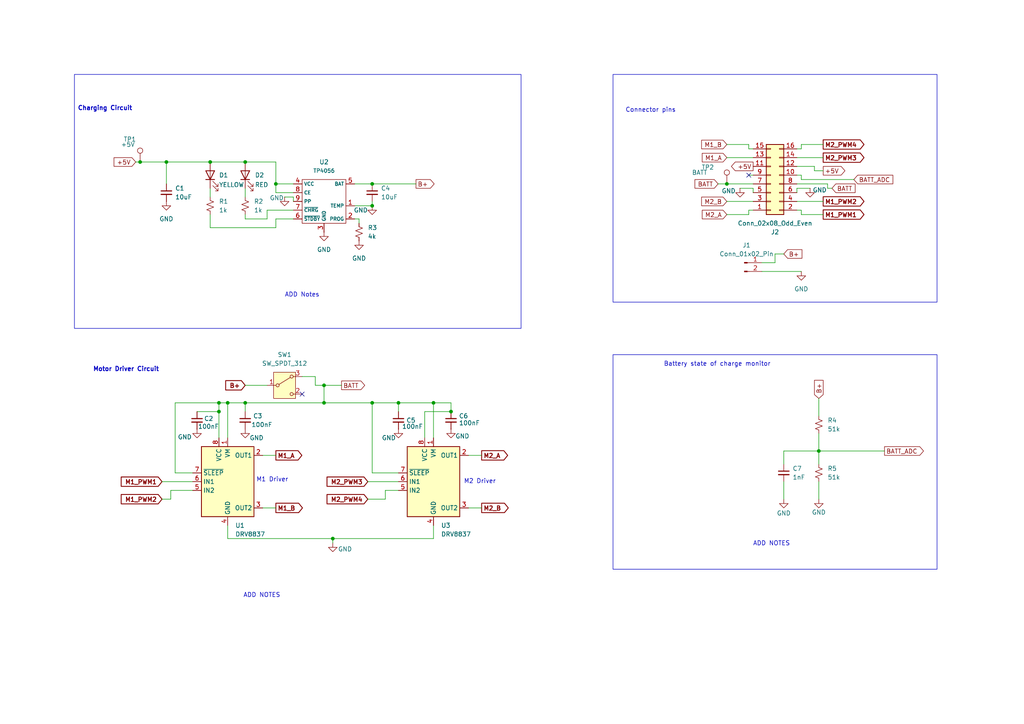
<source format=kicad_sch>
(kicad_sch
	(version 20231120)
	(generator "eeschema")
	(generator_version "8.0")
	(uuid "faec33bf-801c-4f02-984d-252842cec680")
	(paper "A4")
	(lib_symbols
		(symbol "Connector:Conn_01x02_Pin"
			(pin_names
				(offset 1.016) hide)
			(exclude_from_sim no)
			(in_bom yes)
			(on_board yes)
			(property "Reference" "J"
				(at 0 2.54 0)
				(effects
					(font
						(size 1.27 1.27)
					)
				)
			)
			(property "Value" "Conn_01x02_Pin"
				(at 0 -5.08 0)
				(effects
					(font
						(size 1.27 1.27)
					)
				)
			)
			(property "Footprint" ""
				(at 0 0 0)
				(effects
					(font
						(size 1.27 1.27)
					)
					(hide yes)
				)
			)
			(property "Datasheet" "~"
				(at 0 0 0)
				(effects
					(font
						(size 1.27 1.27)
					)
					(hide yes)
				)
			)
			(property "Description" "Generic connector, single row, 01x02, script generated"
				(at 0 0 0)
				(effects
					(font
						(size 1.27 1.27)
					)
					(hide yes)
				)
			)
			(property "ki_locked" ""
				(at 0 0 0)
				(effects
					(font
						(size 1.27 1.27)
					)
				)
			)
			(property "ki_keywords" "connector"
				(at 0 0 0)
				(effects
					(font
						(size 1.27 1.27)
					)
					(hide yes)
				)
			)
			(property "ki_fp_filters" "Connector*:*_1x??_*"
				(at 0 0 0)
				(effects
					(font
						(size 1.27 1.27)
					)
					(hide yes)
				)
			)
			(symbol "Conn_01x02_Pin_1_1"
				(polyline
					(pts
						(xy 1.27 -2.54) (xy 0.8636 -2.54)
					)
					(stroke
						(width 0.1524)
						(type default)
					)
					(fill
						(type none)
					)
				)
				(polyline
					(pts
						(xy 1.27 0) (xy 0.8636 0)
					)
					(stroke
						(width 0.1524)
						(type default)
					)
					(fill
						(type none)
					)
				)
				(rectangle
					(start 0.8636 -2.413)
					(end 0 -2.667)
					(stroke
						(width 0.1524)
						(type default)
					)
					(fill
						(type outline)
					)
				)
				(rectangle
					(start 0.8636 0.127)
					(end 0 -0.127)
					(stroke
						(width 0.1524)
						(type default)
					)
					(fill
						(type outline)
					)
				)
				(pin passive line
					(at 5.08 0 180)
					(length 3.81)
					(name "Pin_1"
						(effects
							(font
								(size 1.27 1.27)
							)
						)
					)
					(number "1"
						(effects
							(font
								(size 1.27 1.27)
							)
						)
					)
				)
				(pin passive line
					(at 5.08 -2.54 180)
					(length 3.81)
					(name "Pin_2"
						(effects
							(font
								(size 1.27 1.27)
							)
						)
					)
					(number "2"
						(effects
							(font
								(size 1.27 1.27)
							)
						)
					)
				)
			)
		)
		(symbol "Connector:TestPoint"
			(pin_numbers hide)
			(pin_names
				(offset 0.762) hide)
			(exclude_from_sim no)
			(in_bom yes)
			(on_board yes)
			(property "Reference" "TP"
				(at 0 6.858 0)
				(effects
					(font
						(size 1.27 1.27)
					)
				)
			)
			(property "Value" "TestPoint"
				(at 0 5.08 0)
				(effects
					(font
						(size 1.27 1.27)
					)
				)
			)
			(property "Footprint" ""
				(at 5.08 0 0)
				(effects
					(font
						(size 1.27 1.27)
					)
					(hide yes)
				)
			)
			(property "Datasheet" "~"
				(at 5.08 0 0)
				(effects
					(font
						(size 1.27 1.27)
					)
					(hide yes)
				)
			)
			(property "Description" "test point"
				(at 0 0 0)
				(effects
					(font
						(size 1.27 1.27)
					)
					(hide yes)
				)
			)
			(property "ki_keywords" "test point tp"
				(at 0 0 0)
				(effects
					(font
						(size 1.27 1.27)
					)
					(hide yes)
				)
			)
			(property "ki_fp_filters" "Pin* Test*"
				(at 0 0 0)
				(effects
					(font
						(size 1.27 1.27)
					)
					(hide yes)
				)
			)
			(symbol "TestPoint_0_1"
				(circle
					(center 0 3.302)
					(radius 0.762)
					(stroke
						(width 0)
						(type default)
					)
					(fill
						(type none)
					)
				)
			)
			(symbol "TestPoint_1_1"
				(pin passive line
					(at 0 0 90)
					(length 2.54)
					(name "1"
						(effects
							(font
								(size 1.27 1.27)
							)
						)
					)
					(number "1"
						(effects
							(font
								(size 1.27 1.27)
							)
						)
					)
				)
			)
		)
		(symbol "Connector_Generic:Conn_02x08_Odd_Even"
			(pin_names
				(offset 1.016) hide)
			(exclude_from_sim no)
			(in_bom yes)
			(on_board yes)
			(property "Reference" "J"
				(at 1.27 10.16 0)
				(effects
					(font
						(size 1.27 1.27)
					)
				)
			)
			(property "Value" "Conn_02x08_Odd_Even"
				(at 1.27 -12.7 0)
				(effects
					(font
						(size 1.27 1.27)
					)
				)
			)
			(property "Footprint" ""
				(at 0 0 0)
				(effects
					(font
						(size 1.27 1.27)
					)
					(hide yes)
				)
			)
			(property "Datasheet" "~"
				(at 0 0 0)
				(effects
					(font
						(size 1.27 1.27)
					)
					(hide yes)
				)
			)
			(property "Description" "Generic connector, double row, 02x08, odd/even pin numbering scheme (row 1 odd numbers, row 2 even numbers), script generated (kicad-library-utils/schlib/autogen/connector/)"
				(at 0 0 0)
				(effects
					(font
						(size 1.27 1.27)
					)
					(hide yes)
				)
			)
			(property "ki_keywords" "connector"
				(at 0 0 0)
				(effects
					(font
						(size 1.27 1.27)
					)
					(hide yes)
				)
			)
			(property "ki_fp_filters" "Connector*:*_2x??_*"
				(at 0 0 0)
				(effects
					(font
						(size 1.27 1.27)
					)
					(hide yes)
				)
			)
			(symbol "Conn_02x08_Odd_Even_1_1"
				(rectangle
					(start -1.27 -10.033)
					(end 0 -10.287)
					(stroke
						(width 0.1524)
						(type default)
					)
					(fill
						(type none)
					)
				)
				(rectangle
					(start -1.27 -7.493)
					(end 0 -7.747)
					(stroke
						(width 0.1524)
						(type default)
					)
					(fill
						(type none)
					)
				)
				(rectangle
					(start -1.27 -4.953)
					(end 0 -5.207)
					(stroke
						(width 0.1524)
						(type default)
					)
					(fill
						(type none)
					)
				)
				(rectangle
					(start -1.27 -2.413)
					(end 0 -2.667)
					(stroke
						(width 0.1524)
						(type default)
					)
					(fill
						(type none)
					)
				)
				(rectangle
					(start -1.27 0.127)
					(end 0 -0.127)
					(stroke
						(width 0.1524)
						(type default)
					)
					(fill
						(type none)
					)
				)
				(rectangle
					(start -1.27 2.667)
					(end 0 2.413)
					(stroke
						(width 0.1524)
						(type default)
					)
					(fill
						(type none)
					)
				)
				(rectangle
					(start -1.27 5.207)
					(end 0 4.953)
					(stroke
						(width 0.1524)
						(type default)
					)
					(fill
						(type none)
					)
				)
				(rectangle
					(start -1.27 7.747)
					(end 0 7.493)
					(stroke
						(width 0.1524)
						(type default)
					)
					(fill
						(type none)
					)
				)
				(rectangle
					(start -1.27 8.89)
					(end 3.81 -11.43)
					(stroke
						(width 0.254)
						(type default)
					)
					(fill
						(type background)
					)
				)
				(rectangle
					(start 3.81 -10.033)
					(end 2.54 -10.287)
					(stroke
						(width 0.1524)
						(type default)
					)
					(fill
						(type none)
					)
				)
				(rectangle
					(start 3.81 -7.493)
					(end 2.54 -7.747)
					(stroke
						(width 0.1524)
						(type default)
					)
					(fill
						(type none)
					)
				)
				(rectangle
					(start 3.81 -4.953)
					(end 2.54 -5.207)
					(stroke
						(width 0.1524)
						(type default)
					)
					(fill
						(type none)
					)
				)
				(rectangle
					(start 3.81 -2.413)
					(end 2.54 -2.667)
					(stroke
						(width 0.1524)
						(type default)
					)
					(fill
						(type none)
					)
				)
				(rectangle
					(start 3.81 0.127)
					(end 2.54 -0.127)
					(stroke
						(width 0.1524)
						(type default)
					)
					(fill
						(type none)
					)
				)
				(rectangle
					(start 3.81 2.667)
					(end 2.54 2.413)
					(stroke
						(width 0.1524)
						(type default)
					)
					(fill
						(type none)
					)
				)
				(rectangle
					(start 3.81 5.207)
					(end 2.54 4.953)
					(stroke
						(width 0.1524)
						(type default)
					)
					(fill
						(type none)
					)
				)
				(rectangle
					(start 3.81 7.747)
					(end 2.54 7.493)
					(stroke
						(width 0.1524)
						(type default)
					)
					(fill
						(type none)
					)
				)
				(pin passive line
					(at -5.08 7.62 0)
					(length 3.81)
					(name "Pin_1"
						(effects
							(font
								(size 1.27 1.27)
							)
						)
					)
					(number "1"
						(effects
							(font
								(size 1.27 1.27)
							)
						)
					)
				)
				(pin passive line
					(at 7.62 -2.54 180)
					(length 3.81)
					(name "Pin_10"
						(effects
							(font
								(size 1.27 1.27)
							)
						)
					)
					(number "10"
						(effects
							(font
								(size 1.27 1.27)
							)
						)
					)
				)
				(pin passive line
					(at -5.08 -5.08 0)
					(length 3.81)
					(name "Pin_11"
						(effects
							(font
								(size 1.27 1.27)
							)
						)
					)
					(number "11"
						(effects
							(font
								(size 1.27 1.27)
							)
						)
					)
				)
				(pin passive line
					(at 7.62 -5.08 180)
					(length 3.81)
					(name "Pin_12"
						(effects
							(font
								(size 1.27 1.27)
							)
						)
					)
					(number "12"
						(effects
							(font
								(size 1.27 1.27)
							)
						)
					)
				)
				(pin passive line
					(at -5.08 -7.62 0)
					(length 3.81)
					(name "Pin_13"
						(effects
							(font
								(size 1.27 1.27)
							)
						)
					)
					(number "13"
						(effects
							(font
								(size 1.27 1.27)
							)
						)
					)
				)
				(pin passive line
					(at 7.62 -7.62 180)
					(length 3.81)
					(name "Pin_14"
						(effects
							(font
								(size 1.27 1.27)
							)
						)
					)
					(number "14"
						(effects
							(font
								(size 1.27 1.27)
							)
						)
					)
				)
				(pin passive line
					(at -5.08 -10.16 0)
					(length 3.81)
					(name "Pin_15"
						(effects
							(font
								(size 1.27 1.27)
							)
						)
					)
					(number "15"
						(effects
							(font
								(size 1.27 1.27)
							)
						)
					)
				)
				(pin passive line
					(at 7.62 -10.16 180)
					(length 3.81)
					(name "Pin_16"
						(effects
							(font
								(size 1.27 1.27)
							)
						)
					)
					(number "16"
						(effects
							(font
								(size 1.27 1.27)
							)
						)
					)
				)
				(pin passive line
					(at 7.62 7.62 180)
					(length 3.81)
					(name "Pin_2"
						(effects
							(font
								(size 1.27 1.27)
							)
						)
					)
					(number "2"
						(effects
							(font
								(size 1.27 1.27)
							)
						)
					)
				)
				(pin passive line
					(at -5.08 5.08 0)
					(length 3.81)
					(name "Pin_3"
						(effects
							(font
								(size 1.27 1.27)
							)
						)
					)
					(number "3"
						(effects
							(font
								(size 1.27 1.27)
							)
						)
					)
				)
				(pin passive line
					(at 7.62 5.08 180)
					(length 3.81)
					(name "Pin_4"
						(effects
							(font
								(size 1.27 1.27)
							)
						)
					)
					(number "4"
						(effects
							(font
								(size 1.27 1.27)
							)
						)
					)
				)
				(pin passive line
					(at -5.08 2.54 0)
					(length 3.81)
					(name "Pin_5"
						(effects
							(font
								(size 1.27 1.27)
							)
						)
					)
					(number "5"
						(effects
							(font
								(size 1.27 1.27)
							)
						)
					)
				)
				(pin passive line
					(at 7.62 2.54 180)
					(length 3.81)
					(name "Pin_6"
						(effects
							(font
								(size 1.27 1.27)
							)
						)
					)
					(number "6"
						(effects
							(font
								(size 1.27 1.27)
							)
						)
					)
				)
				(pin passive line
					(at -5.08 0 0)
					(length 3.81)
					(name "Pin_7"
						(effects
							(font
								(size 1.27 1.27)
							)
						)
					)
					(number "7"
						(effects
							(font
								(size 1.27 1.27)
							)
						)
					)
				)
				(pin passive line
					(at 7.62 0 180)
					(length 3.81)
					(name "Pin_8"
						(effects
							(font
								(size 1.27 1.27)
							)
						)
					)
					(number "8"
						(effects
							(font
								(size 1.27 1.27)
							)
						)
					)
				)
				(pin passive line
					(at -5.08 -2.54 0)
					(length 3.81)
					(name "Pin_9"
						(effects
							(font
								(size 1.27 1.27)
							)
						)
					)
					(number "9"
						(effects
							(font
								(size 1.27 1.27)
							)
						)
					)
				)
			)
		)
		(symbol "Device:C_Small"
			(pin_numbers hide)
			(pin_names
				(offset 0.254) hide)
			(exclude_from_sim no)
			(in_bom yes)
			(on_board yes)
			(property "Reference" "C"
				(at 0.254 1.778 0)
				(effects
					(font
						(size 1.27 1.27)
					)
					(justify left)
				)
			)
			(property "Value" "C_Small"
				(at 0.254 -2.032 0)
				(effects
					(font
						(size 1.27 1.27)
					)
					(justify left)
				)
			)
			(property "Footprint" ""
				(at 0 0 0)
				(effects
					(font
						(size 1.27 1.27)
					)
					(hide yes)
				)
			)
			(property "Datasheet" "~"
				(at 0 0 0)
				(effects
					(font
						(size 1.27 1.27)
					)
					(hide yes)
				)
			)
			(property "Description" "Unpolarized capacitor, small symbol"
				(at 0 0 0)
				(effects
					(font
						(size 1.27 1.27)
					)
					(hide yes)
				)
			)
			(property "ki_keywords" "capacitor cap"
				(at 0 0 0)
				(effects
					(font
						(size 1.27 1.27)
					)
					(hide yes)
				)
			)
			(property "ki_fp_filters" "C_*"
				(at 0 0 0)
				(effects
					(font
						(size 1.27 1.27)
					)
					(hide yes)
				)
			)
			(symbol "C_Small_0_1"
				(polyline
					(pts
						(xy -1.524 -0.508) (xy 1.524 -0.508)
					)
					(stroke
						(width 0.3302)
						(type default)
					)
					(fill
						(type none)
					)
				)
				(polyline
					(pts
						(xy -1.524 0.508) (xy 1.524 0.508)
					)
					(stroke
						(width 0.3048)
						(type default)
					)
					(fill
						(type none)
					)
				)
			)
			(symbol "C_Small_1_1"
				(pin passive line
					(at 0 2.54 270)
					(length 2.032)
					(name "~"
						(effects
							(font
								(size 1.27 1.27)
							)
						)
					)
					(number "1"
						(effects
							(font
								(size 1.27 1.27)
							)
						)
					)
				)
				(pin passive line
					(at 0 -2.54 90)
					(length 2.032)
					(name "~"
						(effects
							(font
								(size 1.27 1.27)
							)
						)
					)
					(number "2"
						(effects
							(font
								(size 1.27 1.27)
							)
						)
					)
				)
			)
		)
		(symbol "Device:LED"
			(pin_numbers hide)
			(pin_names
				(offset 1.016) hide)
			(exclude_from_sim no)
			(in_bom yes)
			(on_board yes)
			(property "Reference" "D"
				(at 0 2.54 0)
				(effects
					(font
						(size 1.27 1.27)
					)
				)
			)
			(property "Value" "LED"
				(at 0 -2.54 0)
				(effects
					(font
						(size 1.27 1.27)
					)
				)
			)
			(property "Footprint" ""
				(at 0 0 0)
				(effects
					(font
						(size 1.27 1.27)
					)
					(hide yes)
				)
			)
			(property "Datasheet" "~"
				(at 0 0 0)
				(effects
					(font
						(size 1.27 1.27)
					)
					(hide yes)
				)
			)
			(property "Description" "Light emitting diode"
				(at 0 0 0)
				(effects
					(font
						(size 1.27 1.27)
					)
					(hide yes)
				)
			)
			(property "ki_keywords" "LED diode"
				(at 0 0 0)
				(effects
					(font
						(size 1.27 1.27)
					)
					(hide yes)
				)
			)
			(property "ki_fp_filters" "LED* LED_SMD:* LED_THT:*"
				(at 0 0 0)
				(effects
					(font
						(size 1.27 1.27)
					)
					(hide yes)
				)
			)
			(symbol "LED_0_1"
				(polyline
					(pts
						(xy -1.27 -1.27) (xy -1.27 1.27)
					)
					(stroke
						(width 0.254)
						(type default)
					)
					(fill
						(type none)
					)
				)
				(polyline
					(pts
						(xy -1.27 0) (xy 1.27 0)
					)
					(stroke
						(width 0)
						(type default)
					)
					(fill
						(type none)
					)
				)
				(polyline
					(pts
						(xy 1.27 -1.27) (xy 1.27 1.27) (xy -1.27 0) (xy 1.27 -1.27)
					)
					(stroke
						(width 0.254)
						(type default)
					)
					(fill
						(type none)
					)
				)
				(polyline
					(pts
						(xy -3.048 -0.762) (xy -4.572 -2.286) (xy -3.81 -2.286) (xy -4.572 -2.286) (xy -4.572 -1.524)
					)
					(stroke
						(width 0)
						(type default)
					)
					(fill
						(type none)
					)
				)
				(polyline
					(pts
						(xy -1.778 -0.762) (xy -3.302 -2.286) (xy -2.54 -2.286) (xy -3.302 -2.286) (xy -3.302 -1.524)
					)
					(stroke
						(width 0)
						(type default)
					)
					(fill
						(type none)
					)
				)
			)
			(symbol "LED_1_1"
				(pin passive line
					(at -3.81 0 0)
					(length 2.54)
					(name "K"
						(effects
							(font
								(size 1.27 1.27)
							)
						)
					)
					(number "1"
						(effects
							(font
								(size 1.27 1.27)
							)
						)
					)
				)
				(pin passive line
					(at 3.81 0 180)
					(length 2.54)
					(name "A"
						(effects
							(font
								(size 1.27 1.27)
							)
						)
					)
					(number "2"
						(effects
							(font
								(size 1.27 1.27)
							)
						)
					)
				)
			)
		)
		(symbol "Device:R_Small_US"
			(pin_numbers hide)
			(pin_names
				(offset 0.254) hide)
			(exclude_from_sim no)
			(in_bom yes)
			(on_board yes)
			(property "Reference" "R"
				(at 0.762 0.508 0)
				(effects
					(font
						(size 1.27 1.27)
					)
					(justify left)
				)
			)
			(property "Value" "R_Small_US"
				(at 0.762 -1.016 0)
				(effects
					(font
						(size 1.27 1.27)
					)
					(justify left)
				)
			)
			(property "Footprint" ""
				(at 0 0 0)
				(effects
					(font
						(size 1.27 1.27)
					)
					(hide yes)
				)
			)
			(property "Datasheet" "~"
				(at 0 0 0)
				(effects
					(font
						(size 1.27 1.27)
					)
					(hide yes)
				)
			)
			(property "Description" "Resistor, small US symbol"
				(at 0 0 0)
				(effects
					(font
						(size 1.27 1.27)
					)
					(hide yes)
				)
			)
			(property "ki_keywords" "r resistor"
				(at 0 0 0)
				(effects
					(font
						(size 1.27 1.27)
					)
					(hide yes)
				)
			)
			(property "ki_fp_filters" "R_*"
				(at 0 0 0)
				(effects
					(font
						(size 1.27 1.27)
					)
					(hide yes)
				)
			)
			(symbol "R_Small_US_1_1"
				(polyline
					(pts
						(xy 0 0) (xy 1.016 -0.381) (xy 0 -0.762) (xy -1.016 -1.143) (xy 0 -1.524)
					)
					(stroke
						(width 0)
						(type default)
					)
					(fill
						(type none)
					)
				)
				(polyline
					(pts
						(xy 0 1.524) (xy 1.016 1.143) (xy 0 0.762) (xy -1.016 0.381) (xy 0 0)
					)
					(stroke
						(width 0)
						(type default)
					)
					(fill
						(type none)
					)
				)
				(pin passive line
					(at 0 2.54 270)
					(length 1.016)
					(name "~"
						(effects
							(font
								(size 1.27 1.27)
							)
						)
					)
					(number "1"
						(effects
							(font
								(size 1.27 1.27)
							)
						)
					)
				)
				(pin passive line
					(at 0 -2.54 90)
					(length 1.016)
					(name "~"
						(effects
							(font
								(size 1.27 1.27)
							)
						)
					)
					(number "2"
						(effects
							(font
								(size 1.27 1.27)
							)
						)
					)
				)
			)
		)
		(symbol "Driver_Motor:DRV8837"
			(exclude_from_sim no)
			(in_bom yes)
			(on_board yes)
			(property "Reference" "U"
				(at 6.35 11.43 0)
				(effects
					(font
						(size 1.27 1.27)
					)
				)
			)
			(property "Value" "DRV8837"
				(at -10.16 11.43 0)
				(effects
					(font
						(size 1.27 1.27)
					)
				)
			)
			(property "Footprint" "Package_SON:WSON-8-1EP_2x2mm_P0.5mm_EP0.9x1.6mm"
				(at 0 -21.59 0)
				(effects
					(font
						(size 1.27 1.27)
					)
					(hide yes)
				)
			)
			(property "Datasheet" "http://www.ti.com/lit/ds/symlink/drv8837.pdf"
				(at 0 0 0)
				(effects
					(font
						(size 1.27 1.27)
					)
					(hide yes)
				)
			)
			(property "Description" "H-Bridge driver, 1.8A, Low Voltage, PWM input, WSON-8"
				(at 0 0 0)
				(effects
					(font
						(size 1.27 1.27)
					)
					(hide yes)
				)
			)
			(property "ki_keywords" "half bridge driver"
				(at 0 0 0)
				(effects
					(font
						(size 1.27 1.27)
					)
					(hide yes)
				)
			)
			(property "ki_fp_filters" "WSON*1EP*2x2mm*P0.5mm*"
				(at 0 0 0)
				(effects
					(font
						(size 1.27 1.27)
					)
					(hide yes)
				)
			)
			(symbol "DRV8837_0_1"
				(rectangle
					(start -7.62 10.16)
					(end 7.62 -10.16)
					(stroke
						(width 0.254)
						(type default)
					)
					(fill
						(type background)
					)
				)
			)
			(symbol "DRV8837_1_1"
				(pin power_in line
					(at 0 12.7 270)
					(length 2.54)
					(name "VM"
						(effects
							(font
								(size 1.27 1.27)
							)
						)
					)
					(number "1"
						(effects
							(font
								(size 1.27 1.27)
							)
						)
					)
				)
				(pin output line
					(at 10.16 7.62 180)
					(length 2.54)
					(name "OUT1"
						(effects
							(font
								(size 1.27 1.27)
							)
						)
					)
					(number "2"
						(effects
							(font
								(size 1.27 1.27)
							)
						)
					)
				)
				(pin output line
					(at 10.16 -7.62 180)
					(length 2.54)
					(name "OUT2"
						(effects
							(font
								(size 1.27 1.27)
							)
						)
					)
					(number "3"
						(effects
							(font
								(size 1.27 1.27)
							)
						)
					)
				)
				(pin power_in line
					(at 0 -12.7 90)
					(length 2.54)
					(name "GND"
						(effects
							(font
								(size 1.27 1.27)
							)
						)
					)
					(number "4"
						(effects
							(font
								(size 1.27 1.27)
							)
						)
					)
				)
				(pin input line
					(at -10.16 -2.54 0)
					(length 2.54)
					(name "IN2"
						(effects
							(font
								(size 1.27 1.27)
							)
						)
					)
					(number "5"
						(effects
							(font
								(size 1.27 1.27)
							)
						)
					)
				)
				(pin input line
					(at -10.16 0 0)
					(length 2.54)
					(name "IN1"
						(effects
							(font
								(size 1.27 1.27)
							)
						)
					)
					(number "6"
						(effects
							(font
								(size 1.27 1.27)
							)
						)
					)
				)
				(pin input line
					(at -10.16 2.54 0)
					(length 2.54)
					(name "~{SLEEP}"
						(effects
							(font
								(size 1.27 1.27)
							)
						)
					)
					(number "7"
						(effects
							(font
								(size 1.27 1.27)
							)
						)
					)
				)
				(pin power_in line
					(at -2.54 12.7 270)
					(length 2.54)
					(name "VCC"
						(effects
							(font
								(size 1.27 1.27)
							)
						)
					)
					(number "8"
						(effects
							(font
								(size 1.27 1.27)
							)
						)
					)
				)
				(pin passive line
					(at 0 -12.7 90)
					(length 2.54) hide
					(name "GND"
						(effects
							(font
								(size 1.27 1.27)
							)
						)
					)
					(number "9"
						(effects
							(font
								(size 1.27 1.27)
							)
						)
					)
				)
			)
		)
		(symbol "Switch:SW_SPDT_312"
			(pin_names
				(offset 1) hide)
			(exclude_from_sim no)
			(in_bom yes)
			(on_board yes)
			(property "Reference" "SW"
				(at 0 5.08 0)
				(effects
					(font
						(size 1.27 1.27)
					)
				)
			)
			(property "Value" "SW_SPDT_312"
				(at 0 -5.08 0)
				(effects
					(font
						(size 1.27 1.27)
					)
				)
			)
			(property "Footprint" ""
				(at 0 -10.16 0)
				(effects
					(font
						(size 1.27 1.27)
					)
					(hide yes)
				)
			)
			(property "Datasheet" "~"
				(at 0 -7.62 0)
				(effects
					(font
						(size 1.27 1.27)
					)
					(hide yes)
				)
			)
			(property "Description" "Switch, single pole double throw"
				(at 0 0 0)
				(effects
					(font
						(size 1.27 1.27)
					)
					(hide yes)
				)
			)
			(property "ki_keywords" "changeover single-pole double-throw spdt ON-ON"
				(at 0 0 0)
				(effects
					(font
						(size 1.27 1.27)
					)
					(hide yes)
				)
			)
			(symbol "SW_SPDT_312_0_1"
				(circle
					(center -2.032 0)
					(radius 0.4572)
					(stroke
						(width 0)
						(type default)
					)
					(fill
						(type none)
					)
				)
				(polyline
					(pts
						(xy -1.651 0.254) (xy 1.651 2.286)
					)
					(stroke
						(width 0)
						(type default)
					)
					(fill
						(type none)
					)
				)
				(circle
					(center 2.032 -2.54)
					(radius 0.4572)
					(stroke
						(width 0)
						(type default)
					)
					(fill
						(type none)
					)
				)
				(circle
					(center 2.032 2.54)
					(radius 0.4572)
					(stroke
						(width 0)
						(type default)
					)
					(fill
						(type none)
					)
				)
			)
			(symbol "SW_SPDT_312_1_1"
				(rectangle
					(start -3.175 3.81)
					(end 3.175 -3.81)
					(stroke
						(width 0)
						(type default)
					)
					(fill
						(type background)
					)
				)
				(pin passive line
					(at -5.08 0 0)
					(length 2.54)
					(name "B"
						(effects
							(font
								(size 1.27 1.27)
							)
						)
					)
					(number "1"
						(effects
							(font
								(size 1.27 1.27)
							)
						)
					)
				)
				(pin passive line
					(at 5.08 -2.54 180)
					(length 2.54)
					(name "C"
						(effects
							(font
								(size 1.27 1.27)
							)
						)
					)
					(number "2"
						(effects
							(font
								(size 1.27 1.27)
							)
						)
					)
				)
				(pin passive line
					(at 5.08 2.54 180)
					(length 2.54)
					(name "A"
						(effects
							(font
								(size 1.27 1.27)
							)
						)
					)
					(number "3"
						(effects
							(font
								(size 1.27 1.27)
							)
						)
					)
				)
			)
		)
		(symbol "power:GND"
			(power)
			(pin_numbers hide)
			(pin_names
				(offset 0) hide)
			(exclude_from_sim no)
			(in_bom yes)
			(on_board yes)
			(property "Reference" "#PWR"
				(at 0 -6.35 0)
				(effects
					(font
						(size 1.27 1.27)
					)
					(hide yes)
				)
			)
			(property "Value" "GND"
				(at 0 -3.81 0)
				(effects
					(font
						(size 1.27 1.27)
					)
				)
			)
			(property "Footprint" ""
				(at 0 0 0)
				(effects
					(font
						(size 1.27 1.27)
					)
					(hide yes)
				)
			)
			(property "Datasheet" ""
				(at 0 0 0)
				(effects
					(font
						(size 1.27 1.27)
					)
					(hide yes)
				)
			)
			(property "Description" "Power symbol creates a global label with name \"GND\" , ground"
				(at 0 0 0)
				(effects
					(font
						(size 1.27 1.27)
					)
					(hide yes)
				)
			)
			(property "ki_keywords" "global power"
				(at 0 0 0)
				(effects
					(font
						(size 1.27 1.27)
					)
					(hide yes)
				)
			)
			(symbol "GND_0_1"
				(polyline
					(pts
						(xy 0 0) (xy 0 -1.27) (xy 1.27 -1.27) (xy 0 -2.54) (xy -1.27 -1.27) (xy 0 -1.27)
					)
					(stroke
						(width 0)
						(type default)
					)
					(fill
						(type none)
					)
				)
			)
			(symbol "GND_1_1"
				(pin power_in line
					(at 0 0 270)
					(length 0)
					(name "~"
						(effects
							(font
								(size 1.27 1.27)
							)
						)
					)
					(number "1"
						(effects
							(font
								(size 1.27 1.27)
							)
						)
					)
				)
			)
		)
		(symbol "tp4056:TP4056"
			(exclude_from_sim no)
			(in_bom yes)
			(on_board yes)
			(property "Reference" "U"
				(at 1.27 13.97 0)
				(effects
					(font
						(size 1.27 1.27)
					)
				)
			)
			(property "Value" "TP4056"
				(at 8.89 13.97 0)
				(effects
					(font
						(size 1.1 1.1)
					)
				)
			)
			(property "Footprint" "Package_SO:SOIC-8-1EP_3.9x4.9mm_P1.27mm_EP2.29x3mm"
				(at 0 0 0)
				(effects
					(font
						(size 1.27 1.27)
					)
					(hide yes)
				)
			)
			(property "Datasheet" ""
				(at 0 0 0)
				(effects
					(font
						(size 1.27 1.27)
					)
					(hide yes)
				)
			)
			(property "Description" "TP4056"
				(at 0 0 0)
				(effects
					(font
						(size 1.27 1.27)
					)
					(hide yes)
				)
			)
			(symbol "TP4056_0_1"
				(rectangle
					(start 0 12.7)
					(end 12.7 0)
					(stroke
						(width 0)
						(type default)
					)
					(fill
						(type none)
					)
				)
			)
			(symbol "TP4056_1_1"
				(pin input line
					(at 15.24 5.08 180)
					(length 2.54)
					(name "TEMP"
						(effects
							(font
								(size 1 1)
							)
						)
					)
					(number "1"
						(effects
							(font
								(size 1.27 1.27)
							)
						)
					)
				)
				(pin input line
					(at 15.24 1.27 180)
					(length 2.54)
					(name "PROG"
						(effects
							(font
								(size 1 1)
							)
						)
					)
					(number "2"
						(effects
							(font
								(size 1.27 1.27)
							)
						)
					)
				)
				(pin input line
					(at 6.35 -2.54 90)
					(length 2.54)
					(name "GND"
						(effects
							(font
								(size 1 1)
							)
						)
					)
					(number "3"
						(effects
							(font
								(size 1.27 1.27)
							)
						)
					)
				)
				(pin input line
					(at -2.54 11.43 0)
					(length 2.54)
					(name "VCC"
						(effects
							(font
								(size 1 1)
							)
						)
					)
					(number "4"
						(effects
							(font
								(size 1.27 1.27)
							)
						)
					)
				)
				(pin input line
					(at 15.24 11.43 180)
					(length 2.54)
					(name "BAT"
						(effects
							(font
								(size 1 1)
							)
						)
					)
					(number "5"
						(effects
							(font
								(size 1.27 1.27)
							)
						)
					)
				)
				(pin input line
					(at -2.54 1.27 0)
					(length 2.54)
					(name "~{STDBY}"
						(effects
							(font
								(size 1 1)
							)
						)
					)
					(number "6"
						(effects
							(font
								(size 1.27 1.27)
							)
						)
					)
				)
				(pin input line
					(at -2.54 3.81 0)
					(length 2.54)
					(name "~{CHRG}"
						(effects
							(font
								(size 1 1)
							)
						)
					)
					(number "7"
						(effects
							(font
								(size 1.27 1.27)
							)
						)
					)
				)
				(pin input line
					(at -2.54 8.89 0)
					(length 2.54)
					(name "CE"
						(effects
							(font
								(size 1 1)
							)
						)
					)
					(number "8"
						(effects
							(font
								(size 1.27 1.27)
							)
						)
					)
				)
				(pin input line
					(at -2.54 6.35 0)
					(length 2.54)
					(name "PP"
						(effects
							(font
								(size 1 1)
							)
						)
					)
					(number "9"
						(effects
							(font
								(size 1.27 1.27)
							)
						)
					)
				)
			)
		)
	)
	(junction
		(at 60.96 46.99)
		(diameter 0)
		(color 0 0 0 0)
		(uuid "0259862c-2d44-4dec-ab32-eb339bee7194")
	)
	(junction
		(at 125.73 116.84)
		(diameter 0)
		(color 0 0 0 0)
		(uuid "245afc84-ad95-40ff-889a-a9abec21640f")
	)
	(junction
		(at 107.95 116.84)
		(diameter 0)
		(color 0 0 0 0)
		(uuid "2f287105-90df-4c76-a09f-6e7680a86197")
	)
	(junction
		(at 63.5 119.38)
		(diameter 0)
		(color 0 0 0 0)
		(uuid "3e1861bf-5c4d-4345-8196-cec832b99b86")
	)
	(junction
		(at 107.95 59.69)
		(diameter 0)
		(color 0 0 0 0)
		(uuid "4795e9d4-84fe-4de5-90e7-e4e04b27c30c")
	)
	(junction
		(at 63.5 116.84)
		(diameter 0)
		(color 0 0 0 0)
		(uuid "483c5c5f-89c4-49f5-ab72-276b0928f556")
	)
	(junction
		(at 71.12 116.84)
		(diameter 0)
		(color 0 0 0 0)
		(uuid "5c333d3b-f079-468c-a00e-d683511433ae")
	)
	(junction
		(at 210.82 53.34)
		(diameter 0)
		(color 0 0 0 0)
		(uuid "6110e8eb-c1ed-4c57-8978-977cea8791d4")
	)
	(junction
		(at 93.98 111.76)
		(diameter 0)
		(color 0 0 0 0)
		(uuid "623595c4-3b31-4ee9-a421-ab0c715c92a5")
	)
	(junction
		(at 66.04 116.84)
		(diameter 0)
		(color 0 0 0 0)
		(uuid "6b37611b-d1d3-44a9-a61c-c48c0f725afb")
	)
	(junction
		(at 107.95 53.34)
		(diameter 0)
		(color 0 0 0 0)
		(uuid "7bce8d9f-4275-4cf6-974a-0ab9dd46650f")
	)
	(junction
		(at 40.64 46.99)
		(diameter 0)
		(color 0 0 0 0)
		(uuid "83e02227-b442-4749-9924-6ffa3be74b5a")
	)
	(junction
		(at 71.12 46.99)
		(diameter 0)
		(color 0 0 0 0)
		(uuid "93b76a33-ae6e-4e74-bf4d-1c47db5e6dc8")
	)
	(junction
		(at 115.57 116.84)
		(diameter 0)
		(color 0 0 0 0)
		(uuid "a2eb167e-e7e4-434b-a02d-cfd4085ab01b")
	)
	(junction
		(at 48.26 46.99)
		(diameter 0)
		(color 0 0 0 0)
		(uuid "bcc92e43-11ff-4b54-88b3-11e8392ed08f")
	)
	(junction
		(at 96.52 156.21)
		(diameter 0)
		(color 0 0 0 0)
		(uuid "c37d825f-6be3-4436-9b7a-9765454b8083")
	)
	(junction
		(at 80.01 53.34)
		(diameter 0)
		(color 0 0 0 0)
		(uuid "d4a8c94d-2636-4626-b671-7bb84f8bf007")
	)
	(junction
		(at 130.81 119.38)
		(diameter 0)
		(color 0 0 0 0)
		(uuid "e33c4699-eb3c-499f-b087-57211d9d1130")
	)
	(junction
		(at 237.49 130.81)
		(diameter 0)
		(color 0 0 0 0)
		(uuid "ec0fcb9f-7f0e-4ce1-a7e9-cdac78e60ffd")
	)
	(junction
		(at 93.98 116.84)
		(diameter 0)
		(color 0 0 0 0)
		(uuid "f152e595-ad29-46d9-ac7d-51372fc2cc8a")
	)
	(no_connect
		(at 217.17 50.8)
		(uuid "10f52ade-640e-43c4-89cf-32af80ccde10")
	)
	(no_connect
		(at 87.63 114.3)
		(uuid "93f9a582-b712-44f6-8f93-660a17fd8c4b")
	)
	(wire
		(pts
			(xy 217.17 50.8) (xy 218.44 50.8)
		)
		(stroke
			(width 0)
			(type default)
		)
		(uuid "02b66b32-30bc-4b5d-a19f-4d20356c5e70")
	)
	(wire
		(pts
			(xy 107.95 137.16) (xy 107.95 116.84)
		)
		(stroke
			(width 0)
			(type default)
		)
		(uuid "058469c1-53e8-4076-99c5-47dccae0e460")
	)
	(wire
		(pts
			(xy 85.09 53.34) (xy 80.01 53.34)
		)
		(stroke
			(width 0)
			(type default)
		)
		(uuid "09f16884-62c5-4467-aa2a-3ae79ed0b189")
	)
	(wire
		(pts
			(xy 224.79 73.66) (xy 224.79 76.2)
		)
		(stroke
			(width 0)
			(type default)
		)
		(uuid "0a726c64-3fe5-4c18-8a7a-8699370fce7c")
	)
	(wire
		(pts
			(xy 210.82 45.72) (xy 218.44 45.72)
		)
		(stroke
			(width 0)
			(type default)
		)
		(uuid "0c0111d5-348f-47db-af8d-f2405b98e2cb")
	)
	(wire
		(pts
			(xy 50.8 116.84) (xy 63.5 116.84)
		)
		(stroke
			(width 0)
			(type default)
		)
		(uuid "0c617a0e-b536-4d53-948a-7356c71eb73f")
	)
	(wire
		(pts
			(xy 80.01 55.88) (xy 85.09 55.88)
		)
		(stroke
			(width 0)
			(type default)
		)
		(uuid "0e5cf755-09b9-4637-829d-6278955c64a1")
	)
	(wire
		(pts
			(xy 102.87 59.69) (xy 107.95 59.69)
		)
		(stroke
			(width 0)
			(type default)
		)
		(uuid "0f395648-797b-4c0c-bd03-a7ad72fe4be5")
	)
	(wire
		(pts
			(xy 76.2 147.32) (xy 80.01 147.32)
		)
		(stroke
			(width 0)
			(type default)
		)
		(uuid "10b58554-db33-45d7-9001-b78b6e9cef2d")
	)
	(wire
		(pts
			(xy 227.33 134.62) (xy 227.33 130.81)
		)
		(stroke
			(width 0)
			(type default)
		)
		(uuid "13ec9b6b-4b05-4a14-a358-3c15287693fc")
	)
	(wire
		(pts
			(xy 102.87 63.5) (xy 104.14 63.5)
		)
		(stroke
			(width 0)
			(type default)
		)
		(uuid "142efab9-aed3-4723-a836-d1552731fbef")
	)
	(wire
		(pts
			(xy 224.79 76.2) (xy 220.98 76.2)
		)
		(stroke
			(width 0)
			(type default)
		)
		(uuid "152e7e1e-1cb2-4cfc-9c17-c1f1c28d3aaa")
	)
	(wire
		(pts
			(xy 40.64 46.99) (xy 48.26 46.99)
		)
		(stroke
			(width 0)
			(type default)
		)
		(uuid "1568548f-fb9c-4033-9d70-076e1e751be3")
	)
	(wire
		(pts
			(xy 50.8 137.16) (xy 55.88 137.16)
		)
		(stroke
			(width 0)
			(type default)
		)
		(uuid "159aa378-da1d-4a26-9a57-507e90e81735")
	)
	(wire
		(pts
			(xy 93.98 111.76) (xy 93.98 116.84)
		)
		(stroke
			(width 0)
			(type default)
		)
		(uuid "189da059-fa61-4cd1-8073-2778d171dcb9")
	)
	(wire
		(pts
			(xy 107.95 137.16) (xy 115.57 137.16)
		)
		(stroke
			(width 0)
			(type default)
		)
		(uuid "1faabf13-7cfd-41cc-a189-b167cb66349e")
	)
	(wire
		(pts
			(xy 111.76 142.24) (xy 115.57 142.24)
		)
		(stroke
			(width 0)
			(type default)
		)
		(uuid "23ae7ea0-c3c6-45fc-801b-29cafe8bcc6f")
	)
	(wire
		(pts
			(xy 240.03 53.34) (xy 231.14 53.34)
		)
		(stroke
			(width 0)
			(type default)
		)
		(uuid "23b5f63d-96a8-4547-91e8-afebb3296f9a")
	)
	(wire
		(pts
			(xy 231.14 58.42) (xy 238.76 58.42)
		)
		(stroke
			(width 0)
			(type default)
		)
		(uuid "23e0ea6d-110f-4860-9046-6d0103c19029")
	)
	(wire
		(pts
			(xy 125.73 116.84) (xy 130.81 116.84)
		)
		(stroke
			(width 0)
			(type default)
		)
		(uuid "2518f725-3107-4469-ad0b-8e2dfcc742da")
	)
	(wire
		(pts
			(xy 85.09 63.5) (xy 80.01 63.5)
		)
		(stroke
			(width 0)
			(type default)
		)
		(uuid "2954f10a-e183-4de4-92a3-7d50c0c748fd")
	)
	(wire
		(pts
			(xy 231.14 55.88) (xy 231.14 54.61)
		)
		(stroke
			(width 0)
			(type default)
		)
		(uuid "29baa78f-9faf-455e-b8c1-95a28413f2e1")
	)
	(wire
		(pts
			(xy 227.33 73.66) (xy 224.79 73.66)
		)
		(stroke
			(width 0)
			(type default)
		)
		(uuid "2ecfb36b-b920-4cb8-8042-e975154807f6")
	)
	(wire
		(pts
			(xy 91.44 111.76) (xy 93.98 111.76)
		)
		(stroke
			(width 0)
			(type default)
		)
		(uuid "2fb20ec5-c223-4291-91b1-92c44fef19c2")
	)
	(wire
		(pts
			(xy 231.14 45.72) (xy 238.76 45.72)
		)
		(stroke
			(width 0)
			(type default)
		)
		(uuid "30b9a106-a08e-46bf-975c-6c4a2ce547e2")
	)
	(wire
		(pts
			(xy 217.17 41.91) (xy 217.17 43.18)
		)
		(stroke
			(width 0)
			(type default)
		)
		(uuid "326275d5-c83b-4cfc-9123-18e040d7baec")
	)
	(wire
		(pts
			(xy 237.49 139.7) (xy 237.49 144.78)
		)
		(stroke
			(width 0)
			(type default)
		)
		(uuid "328478ea-56d9-4bd5-8018-1a6ef41ddd80")
	)
	(wire
		(pts
			(xy 238.76 49.53) (xy 236.22 49.53)
		)
		(stroke
			(width 0)
			(type default)
		)
		(uuid "33887227-9e2d-49a6-8169-550ce8bea6d7")
	)
	(wire
		(pts
			(xy 63.5 116.84) (xy 66.04 116.84)
		)
		(stroke
			(width 0)
			(type default)
		)
		(uuid "33cee609-0e1b-4c5e-8b7d-f8a74d26c1d9")
	)
	(wire
		(pts
			(xy 85.09 57.15) (xy 85.09 58.42)
		)
		(stroke
			(width 0)
			(type default)
		)
		(uuid "3537d4f9-43c4-45de-b7f5-e34f528b5ccd")
	)
	(wire
		(pts
			(xy 247.65 52.07) (xy 232.41 52.07)
		)
		(stroke
			(width 0)
			(type default)
		)
		(uuid "373e7e28-1a8c-4b74-8ae5-6418dd7cb998")
	)
	(wire
		(pts
			(xy 49.53 144.78) (xy 49.53 142.24)
		)
		(stroke
			(width 0)
			(type default)
		)
		(uuid "3828575f-8c7d-4cf4-9739-610037ab4cda")
	)
	(wire
		(pts
			(xy 236.22 49.53) (xy 236.22 48.26)
		)
		(stroke
			(width 0)
			(type default)
		)
		(uuid "3c468678-b811-44a4-bcc6-6d895ca2e3a4")
	)
	(wire
		(pts
			(xy 46.99 139.7) (xy 55.88 139.7)
		)
		(stroke
			(width 0)
			(type default)
		)
		(uuid "3c8161e2-ba07-428a-8dc3-8902e46ada15")
	)
	(wire
		(pts
			(xy 217.17 43.18) (xy 218.44 43.18)
		)
		(stroke
			(width 0)
			(type default)
		)
		(uuid "41155820-22e0-499f-85a3-2c25a599cb2d")
	)
	(wire
		(pts
			(xy 210.82 41.91) (xy 217.17 41.91)
		)
		(stroke
			(width 0)
			(type default)
		)
		(uuid "420a198c-6a46-434d-9fec-30417e33e488")
	)
	(wire
		(pts
			(xy 232.41 43.18) (xy 231.14 43.18)
		)
		(stroke
			(width 0)
			(type default)
		)
		(uuid "469e6a6a-3841-4a4b-b091-7cd010524899")
	)
	(wire
		(pts
			(xy 104.14 63.5) (xy 104.14 64.77)
		)
		(stroke
			(width 0)
			(type default)
		)
		(uuid "46fd58e6-bf13-42b7-9aec-b12e6c5c3b03")
	)
	(wire
		(pts
			(xy 106.68 144.78) (xy 111.76 144.78)
		)
		(stroke
			(width 0)
			(type default)
		)
		(uuid "47d39dce-f9b1-4665-b891-05de9428fcc7")
	)
	(wire
		(pts
			(xy 39.37 46.99) (xy 40.64 46.99)
		)
		(stroke
			(width 0)
			(type default)
		)
		(uuid "4a13151c-f8b7-48f5-9826-5e370eb3159a")
	)
	(wire
		(pts
			(xy 71.12 63.5) (xy 71.12 62.23)
		)
		(stroke
			(width 0)
			(type default)
		)
		(uuid "4a14b3e6-9a1b-48c4-975a-4c8b93f25a2a")
	)
	(wire
		(pts
			(xy 237.49 115.57) (xy 237.49 120.65)
		)
		(stroke
			(width 0)
			(type default)
		)
		(uuid "4e5a8955-19f2-43df-bffd-1be1788bacdf")
	)
	(wire
		(pts
			(xy 77.47 63.5) (xy 71.12 63.5)
		)
		(stroke
			(width 0)
			(type default)
		)
		(uuid "4ee9b72d-a867-4404-91cb-9fcea7e02dc8")
	)
	(wire
		(pts
			(xy 238.76 41.91) (xy 232.41 41.91)
		)
		(stroke
			(width 0)
			(type default)
		)
		(uuid "599df631-6487-4985-98aa-5eef00fc0498")
	)
	(wire
		(pts
			(xy 96.52 156.21) (xy 66.04 156.21)
		)
		(stroke
			(width 0)
			(type default)
		)
		(uuid "5c667cfa-af64-4216-a7c5-4622e5a07a19")
	)
	(wire
		(pts
			(xy 115.57 116.84) (xy 125.73 116.84)
		)
		(stroke
			(width 0)
			(type default)
		)
		(uuid "5d61ceaa-5a26-4eec-806f-63e28007efe7")
	)
	(wire
		(pts
			(xy 66.04 116.84) (xy 66.04 127)
		)
		(stroke
			(width 0)
			(type default)
		)
		(uuid "5e8f6780-443e-48de-8617-553af492465b")
	)
	(wire
		(pts
			(xy 77.47 111.76) (xy 71.12 111.76)
		)
		(stroke
			(width 0)
			(type default)
		)
		(uuid "5fa9dba9-b0d1-49ca-bb9d-cbc032e7f95e")
	)
	(wire
		(pts
			(xy 217.17 62.23) (xy 217.17 60.96)
		)
		(stroke
			(width 0)
			(type default)
		)
		(uuid "602e9d84-41ea-4315-8115-7b0a50551847")
	)
	(wire
		(pts
			(xy 107.95 58.42) (xy 107.95 59.69)
		)
		(stroke
			(width 0)
			(type default)
		)
		(uuid "65602215-ab85-402f-be0b-6bde86e48d8f")
	)
	(wire
		(pts
			(xy 60.96 54.61) (xy 60.96 57.15)
		)
		(stroke
			(width 0)
			(type default)
		)
		(uuid "6639bc91-bf4a-4493-af23-6eb90881ca69")
	)
	(wire
		(pts
			(xy 63.5 116.84) (xy 63.5 119.38)
		)
		(stroke
			(width 0)
			(type default)
		)
		(uuid "66e1f731-9abc-4099-9111-039640ec0c65")
	)
	(wire
		(pts
			(xy 125.73 116.84) (xy 125.73 127)
		)
		(stroke
			(width 0)
			(type default)
		)
		(uuid "6919caaa-9ad3-463e-82bd-5436b69a9d75")
	)
	(wire
		(pts
			(xy 232.41 52.07) (xy 232.41 50.8)
		)
		(stroke
			(width 0)
			(type default)
		)
		(uuid "6967a600-8a41-431e-9e74-28cb64950e5c")
	)
	(wire
		(pts
			(xy 60.96 62.23) (xy 60.96 66.04)
		)
		(stroke
			(width 0)
			(type default)
		)
		(uuid "6a8373c3-979a-4aab-9970-84a503d26177")
	)
	(wire
		(pts
			(xy 240.03 54.61) (xy 240.03 53.34)
		)
		(stroke
			(width 0)
			(type default)
		)
		(uuid "6b9e3976-975b-486b-b0ef-1d645cb287de")
	)
	(wire
		(pts
			(xy 232.41 41.91) (xy 232.41 43.18)
		)
		(stroke
			(width 0)
			(type default)
		)
		(uuid "6bbee8e2-3b10-4780-97fb-b94940ad4d96")
	)
	(wire
		(pts
			(xy 87.63 109.22) (xy 91.44 109.22)
		)
		(stroke
			(width 0)
			(type default)
		)
		(uuid "74d312c6-356c-4123-bfa1-481130afa900")
	)
	(wire
		(pts
			(xy 48.26 46.99) (xy 60.96 46.99)
		)
		(stroke
			(width 0)
			(type default)
		)
		(uuid "790b570f-e873-45a4-bddd-f9f59e80ed71")
	)
	(wire
		(pts
			(xy 208.28 53.34) (xy 210.82 53.34)
		)
		(stroke
			(width 0)
			(type default)
		)
		(uuid "79f3b797-9f27-47f8-b53d-d6251dcc418d")
	)
	(wire
		(pts
			(xy 76.2 132.08) (xy 80.01 132.08)
		)
		(stroke
			(width 0)
			(type default)
		)
		(uuid "7b64407a-688f-44d5-adb5-337af2cb3b18")
	)
	(wire
		(pts
			(xy 125.73 152.4) (xy 125.73 156.21)
		)
		(stroke
			(width 0)
			(type default)
		)
		(uuid "7d0ae047-d16f-4fd6-8178-507c89ed8289")
	)
	(wire
		(pts
			(xy 217.17 60.96) (xy 218.44 60.96)
		)
		(stroke
			(width 0)
			(type default)
		)
		(uuid "7d1bde2d-379d-4a61-b177-d4e2870790eb")
	)
	(wire
		(pts
			(xy 80.01 66.04) (xy 60.96 66.04)
		)
		(stroke
			(width 0)
			(type default)
		)
		(uuid "7d1f0a23-e7b8-4efa-b143-442ea02f8b27")
	)
	(wire
		(pts
			(xy 91.44 109.22) (xy 91.44 111.76)
		)
		(stroke
			(width 0)
			(type default)
		)
		(uuid "7d34a8c4-bc24-40b2-b865-8c0a7071e68f")
	)
	(wire
		(pts
			(xy 123.19 119.38) (xy 130.81 119.38)
		)
		(stroke
			(width 0)
			(type default)
		)
		(uuid "7fdbb8da-7a60-4c19-85f5-79963dc7af4c")
	)
	(wire
		(pts
			(xy 115.57 116.84) (xy 115.57 119.38)
		)
		(stroke
			(width 0)
			(type default)
		)
		(uuid "865ca742-d94b-4b33-966d-7d993f43a826")
	)
	(wire
		(pts
			(xy 60.96 46.99) (xy 71.12 46.99)
		)
		(stroke
			(width 0)
			(type default)
		)
		(uuid "88ad8054-ec43-4bdc-8066-884ae6f1011d")
	)
	(wire
		(pts
			(xy 214.63 54.61) (xy 218.44 54.61)
		)
		(stroke
			(width 0)
			(type default)
		)
		(uuid "8964cdb5-3eab-4d39-8114-d5d25818138a")
	)
	(wire
		(pts
			(xy 130.81 116.84) (xy 130.81 119.38)
		)
		(stroke
			(width 0)
			(type default)
		)
		(uuid "8be3ab3d-0c8e-48ae-b432-782f10902b6b")
	)
	(wire
		(pts
			(xy 63.5 127) (xy 63.5 119.38)
		)
		(stroke
			(width 0)
			(type default)
		)
		(uuid "8d416688-f8fa-40b7-80e3-6da242204703")
	)
	(wire
		(pts
			(xy 80.01 63.5) (xy 80.01 66.04)
		)
		(stroke
			(width 0)
			(type default)
		)
		(uuid "8de4025d-618a-43d3-a230-b648adca01d3")
	)
	(wire
		(pts
			(xy 240.03 54.61) (xy 241.3 54.61)
		)
		(stroke
			(width 0)
			(type default)
		)
		(uuid "91ba944a-7fc1-4ab9-bd6a-3761a41365e9")
	)
	(wire
		(pts
			(xy 71.12 54.61) (xy 71.12 57.15)
		)
		(stroke
			(width 0)
			(type default)
		)
		(uuid "95f1cf1c-9c71-46c5-b026-22d1e7d3189b")
	)
	(wire
		(pts
			(xy 237.49 130.81) (xy 237.49 134.62)
		)
		(stroke
			(width 0)
			(type default)
		)
		(uuid "960f85fb-2338-4d03-867e-56ed4cd2d5ed")
	)
	(wire
		(pts
			(xy 93.98 116.84) (xy 107.95 116.84)
		)
		(stroke
			(width 0)
			(type default)
		)
		(uuid "98149e31-d7ac-475d-a2c8-8c55fccbfbaa")
	)
	(wire
		(pts
			(xy 77.47 60.96) (xy 77.47 63.5)
		)
		(stroke
			(width 0)
			(type default)
		)
		(uuid "98ff194e-5e25-4a92-b7fe-ac41caf3eac5")
	)
	(wire
		(pts
			(xy 57.15 119.38) (xy 63.5 119.38)
		)
		(stroke
			(width 0)
			(type default)
		)
		(uuid "9c0eca74-0b38-4696-bafb-536d2060d666")
	)
	(wire
		(pts
			(xy 85.09 60.96) (xy 77.47 60.96)
		)
		(stroke
			(width 0)
			(type default)
		)
		(uuid "9f7628e7-18d3-400d-a970-13c037521705")
	)
	(wire
		(pts
			(xy 66.04 116.84) (xy 71.12 116.84)
		)
		(stroke
			(width 0)
			(type default)
		)
		(uuid "a0270871-6451-4efe-9f9c-5dd90369a810")
	)
	(wire
		(pts
			(xy 71.12 46.99) (xy 80.01 46.99)
		)
		(stroke
			(width 0)
			(type default)
		)
		(uuid "a0d78669-68ce-4ccd-afdc-f317e72479b8")
	)
	(wire
		(pts
			(xy 231.14 54.61) (xy 234.95 54.61)
		)
		(stroke
			(width 0)
			(type default)
		)
		(uuid "a4e51999-52dc-48ab-b856-3d77880f747c")
	)
	(wire
		(pts
			(xy 82.55 57.15) (xy 85.09 57.15)
		)
		(stroke
			(width 0)
			(type default)
		)
		(uuid "a7db3991-5fe2-4f92-ad22-86f93c181971")
	)
	(wire
		(pts
			(xy 227.33 130.81) (xy 237.49 130.81)
		)
		(stroke
			(width 0)
			(type default)
		)
		(uuid "ad8d1fcc-8618-47b7-8680-7eae8e51bcb8")
	)
	(wire
		(pts
			(xy 232.41 62.23) (xy 232.41 60.96)
		)
		(stroke
			(width 0)
			(type default)
		)
		(uuid "b32ee1ae-ef4c-4638-998a-d0184dd69967")
	)
	(wire
		(pts
			(xy 210.82 62.23) (xy 217.17 62.23)
		)
		(stroke
			(width 0)
			(type default)
		)
		(uuid "b33721df-ef5e-4970-ba63-13e138f5f613")
	)
	(wire
		(pts
			(xy 123.19 119.38) (xy 123.19 127)
		)
		(stroke
			(width 0)
			(type default)
		)
		(uuid "b338a083-40af-48e7-94b9-f863833f9c4f")
	)
	(wire
		(pts
			(xy 111.76 144.78) (xy 111.76 142.24)
		)
		(stroke
			(width 0)
			(type default)
		)
		(uuid "b626c090-db00-40d3-9427-6c6103741c3e")
	)
	(wire
		(pts
			(xy 232.41 50.8) (xy 231.14 50.8)
		)
		(stroke
			(width 0)
			(type default)
		)
		(uuid "b707d5fe-0852-472f-8471-41a069c9fcc5")
	)
	(wire
		(pts
			(xy 220.98 78.74) (xy 232.41 78.74)
		)
		(stroke
			(width 0)
			(type default)
		)
		(uuid "b7215094-1f86-4014-87bf-590fb203fe55")
	)
	(wire
		(pts
			(xy 102.87 53.34) (xy 107.95 53.34)
		)
		(stroke
			(width 0)
			(type default)
		)
		(uuid "bba4ae41-e350-4442-9555-30593bbee624")
	)
	(wire
		(pts
			(xy 125.73 156.21) (xy 96.52 156.21)
		)
		(stroke
			(width 0)
			(type default)
		)
		(uuid "bf6a2507-a823-444c-8276-ab5d1d472ac7")
	)
	(wire
		(pts
			(xy 236.22 48.26) (xy 231.14 48.26)
		)
		(stroke
			(width 0)
			(type default)
		)
		(uuid "c2a190c0-a3c2-478d-bc83-3a9765bf57a5")
	)
	(wire
		(pts
			(xy 210.82 53.34) (xy 218.44 53.34)
		)
		(stroke
			(width 0)
			(type default)
		)
		(uuid "c3a47288-41d0-4c96-a374-f4da6ecaaa6d")
	)
	(wire
		(pts
			(xy 93.98 111.76) (xy 99.06 111.76)
		)
		(stroke
			(width 0)
			(type default)
		)
		(uuid "c59594f7-9652-428c-b318-968d63dd74ab")
	)
	(wire
		(pts
			(xy 237.49 125.73) (xy 237.49 130.81)
		)
		(stroke
			(width 0)
			(type default)
		)
		(uuid "cc1db808-588c-48f1-a72d-6de21922575f")
	)
	(wire
		(pts
			(xy 48.26 53.34) (xy 48.26 46.99)
		)
		(stroke
			(width 0)
			(type default)
		)
		(uuid "cc31c59a-b7eb-4d49-a0e7-b5ee41c0c5d0")
	)
	(wire
		(pts
			(xy 49.53 142.24) (xy 55.88 142.24)
		)
		(stroke
			(width 0)
			(type default)
		)
		(uuid "cc5bfb43-07e9-4c03-ab84-a9527ab0e7d3")
	)
	(wire
		(pts
			(xy 218.44 54.61) (xy 218.44 55.88)
		)
		(stroke
			(width 0)
			(type default)
		)
		(uuid "ce05032d-5fd0-4647-8c99-4f8ccc8a8cc9")
	)
	(wire
		(pts
			(xy 227.33 139.7) (xy 227.33 144.78)
		)
		(stroke
			(width 0)
			(type default)
		)
		(uuid "ce8ac04e-dfb8-434e-80be-075b4ac7d091")
	)
	(wire
		(pts
			(xy 106.68 139.7) (xy 115.57 139.7)
		)
		(stroke
			(width 0)
			(type default)
		)
		(uuid "d3c1d79a-d13e-4551-b7b0-beacb9cd1785")
	)
	(wire
		(pts
			(xy 46.99 144.78) (xy 49.53 144.78)
		)
		(stroke
			(width 0)
			(type default)
		)
		(uuid "d8715229-62f7-48b8-a9c8-121c9617ade1")
	)
	(wire
		(pts
			(xy 66.04 156.21) (xy 66.04 152.4)
		)
		(stroke
			(width 0)
			(type default)
		)
		(uuid "d9543e86-39bf-42f2-b5b2-4ba7bf738f8d")
	)
	(wire
		(pts
			(xy 80.01 46.99) (xy 80.01 53.34)
		)
		(stroke
			(width 0)
			(type default)
		)
		(uuid "e2b37f83-cee2-4236-873f-5b6162274f81")
	)
	(wire
		(pts
			(xy 93.98 116.84) (xy 71.12 116.84)
		)
		(stroke
			(width 0)
			(type default)
		)
		(uuid "e51d4bd8-9270-4ee6-acda-c09a95e68c45")
	)
	(wire
		(pts
			(xy 80.01 53.34) (xy 80.01 55.88)
		)
		(stroke
			(width 0)
			(type default)
		)
		(uuid "eb1495bf-de01-492f-a929-5f29b7670ebe")
	)
	(wire
		(pts
			(xy 50.8 116.84) (xy 50.8 137.16)
		)
		(stroke
			(width 0)
			(type default)
		)
		(uuid "eb236d71-eabb-4fec-a491-097a017587bb")
	)
	(wire
		(pts
			(xy 237.49 130.81) (xy 256.54 130.81)
		)
		(stroke
			(width 0)
			(type default)
		)
		(uuid "edb43016-8928-4550-ba79-a2157ed20df2")
	)
	(wire
		(pts
			(xy 238.76 62.23) (xy 232.41 62.23)
		)
		(stroke
			(width 0)
			(type default)
		)
		(uuid "edb9714a-d723-465e-992f-f258b9cc7c34")
	)
	(wire
		(pts
			(xy 210.82 58.42) (xy 218.44 58.42)
		)
		(stroke
			(width 0)
			(type default)
		)
		(uuid "eead3a74-c689-4390-affe-174c210fb06b")
	)
	(wire
		(pts
			(xy 232.41 60.96) (xy 231.14 60.96)
		)
		(stroke
			(width 0)
			(type default)
		)
		(uuid "ef2215c0-ec7f-4e90-b19d-42495061b760")
	)
	(wire
		(pts
			(xy 71.12 116.84) (xy 71.12 119.38)
		)
		(stroke
			(width 0)
			(type default)
		)
		(uuid "f047f445-4b64-4224-aead-f83bed33f895")
	)
	(wire
		(pts
			(xy 135.89 132.08) (xy 139.7 132.08)
		)
		(stroke
			(width 0)
			(type default)
		)
		(uuid "f075784d-cac8-4cf0-b224-f1ea1aebbda4")
	)
	(wire
		(pts
			(xy 135.89 147.32) (xy 139.7 147.32)
		)
		(stroke
			(width 0)
			(type default)
		)
		(uuid "f7f53b00-2d83-4526-9987-b78948b6e174")
	)
	(wire
		(pts
			(xy 96.52 156.21) (xy 96.52 157.48)
		)
		(stroke
			(width 0)
			(type default)
		)
		(uuid "f8559ce6-8610-4c9b-a569-af6d5f17e75d")
	)
	(wire
		(pts
			(xy 107.95 53.34) (xy 120.65 53.34)
		)
		(stroke
			(width 0)
			(type default)
		)
		(uuid "fa3da02a-7f71-4f09-aac2-6331a18db890")
	)
	(wire
		(pts
			(xy 107.95 116.84) (xy 115.57 116.84)
		)
		(stroke
			(width 0)
			(type default)
		)
		(uuid "fe74aa8e-fef2-481f-9364-3ba016cf5a1e")
	)
	(rectangle
		(start 177.8 102.87)
		(end 271.78 165.1)
		(stroke
			(width 0)
			(type default)
		)
		(fill
			(type none)
		)
		(uuid 058a40b1-3702-424b-a2f5-93464070964c)
	)
	(rectangle
		(start 21.59 21.59)
		(end 151.13 95.25)
		(stroke
			(width 0)
			(type default)
		)
		(fill
			(type none)
		)
		(uuid 0ef61ecb-35da-42a3-829a-132eca925efc)
	)
	(rectangle
		(start 177.8 21.59)
		(end 271.78 87.63)
		(stroke
			(width 0)
			(type default)
		)
		(fill
			(type none)
		)
		(uuid be639b8a-8c4a-4f9b-afb3-011e83675c41)
	)
	(text "M2 Driver"
		(exclude_from_sim no)
		(at 139.192 139.7 0)
		(effects
			(font
				(size 1.27 1.27)
			)
		)
		(uuid "363b83cd-8fef-4f17-a242-f5e919ce65fc")
	)
	(text "M1 Driver"
		(exclude_from_sim no)
		(at 78.994 139.192 0)
		(effects
			(font
				(size 1.27 1.27)
			)
		)
		(uuid "37662af8-1a64-47f3-8dd8-037ef02cfa62")
	)
	(text "ADD NOTES"
		(exclude_from_sim no)
		(at 75.946 172.72 0)
		(effects
			(font
				(size 1.27 1.27)
			)
		)
		(uuid "5dcbf489-b190-454f-9898-573cb1624bcc")
	)
	(text "Charging Circuit\n"
		(exclude_from_sim no)
		(at 30.48 31.496 0)
		(effects
			(font
				(size 1.27 1.27)
				(thickness 0.254)
				(bold yes)
			)
		)
		(uuid "84dd8bdd-3246-4e34-9036-ea9eef39fe2b")
	)
	(text "ADD Notes"
		(exclude_from_sim no)
		(at 87.63 85.598 0)
		(effects
			(font
				(size 1.27 1.27)
			)
		)
		(uuid "9fd1cba0-aecc-47f5-ab63-e777dd56ba1b")
	)
	(text "Motor Driver Circuit"
		(exclude_from_sim no)
		(at 36.576 107.188 0)
		(effects
			(font
				(size 1.27 1.27)
				(bold yes)
			)
		)
		(uuid "bcca48af-d9ff-438b-89af-6e6303aa4339")
	)
	(text "Battery state of charge monitor\n"
		(exclude_from_sim no)
		(at 208.026 105.664 0)
		(effects
			(font
				(size 1.27 1.27)
			)
		)
		(uuid "c4a0ebfd-67eb-4d09-a024-24566674e3ee")
	)
	(text "ADD NOTES"
		(exclude_from_sim no)
		(at 223.774 157.734 0)
		(effects
			(font
				(size 1.27 1.27)
			)
		)
		(uuid "d7ca9ed0-7190-41ca-aef3-f9b435d11d51")
	)
	(text "Connector pins"
		(exclude_from_sim no)
		(at 188.722 32.004 0)
		(effects
			(font
				(size 1.27 1.27)
			)
		)
		(uuid "e697de4c-70de-4633-800d-232ba7dc611f")
	)
	(global_label "M1_A"
		(shape output)
		(at 80.01 132.08 0)
		(fields_autoplaced yes)
		(effects
			(font
				(size 1.27 1.27)
				(bold yes)
			)
			(justify left)
		)
		(uuid "081380b0-7229-4b62-984e-2f6790682342")
		(property "Intersheetrefs" "${INTERSHEET_REFS}"
			(at 88.1883 132.08 0)
			(effects
				(font
					(size 1.27 1.27)
				)
				(justify left)
				(hide yes)
			)
		)
	)
	(global_label "M1_B"
		(shape output)
		(at 80.01 147.32 0)
		(fields_autoplaced yes)
		(effects
			(font
				(size 1.27 1.27)
				(bold yes)
			)
			(justify left)
		)
		(uuid "0c90b4fa-fc69-4986-851f-4465bfed084a")
		(property "Intersheetrefs" "${INTERSHEET_REFS}"
			(at 88.3697 147.32 0)
			(effects
				(font
					(size 1.27 1.27)
				)
				(justify left)
				(hide yes)
			)
		)
	)
	(global_label "M1_PWM2"
		(shape input)
		(at 46.99 144.78 180)
		(fields_autoplaced yes)
		(effects
			(font
				(size 1.27 1.27)
				(bold yes)
			)
			(justify right)
		)
		(uuid "2241b6a9-5f05-4d3f-88a7-0d2f135ac467")
		(property "Intersheetrefs" "${INTERSHEET_REFS}"
			(at 34.518 144.78 0)
			(effects
				(font
					(size 1.27 1.27)
				)
				(justify right)
				(hide yes)
			)
		)
	)
	(global_label "BATT"
		(shape input)
		(at 208.28 53.34 180)
		(fields_autoplaced yes)
		(effects
			(font
				(size 1.27 1.27)
			)
			(justify right)
		)
		(uuid "2dd4944c-16c3-410d-a3ed-15596598fbef")
		(property "Intersheetrefs" "${INTERSHEET_REFS}"
			(at 201.001 53.34 0)
			(effects
				(font
					(size 1.27 1.27)
				)
				(justify right)
				(hide yes)
			)
		)
	)
	(global_label "B+"
		(shape input)
		(at 71.12 111.76 180)
		(fields_autoplaced yes)
		(effects
			(font
				(size 1.27 1.27)
				(bold yes)
			)
			(justify right)
		)
		(uuid "35a4a2dd-a0e5-4109-ba2c-57cb9b3ba986")
		(property "Intersheetrefs" "${INTERSHEET_REFS}"
			(at 64.8164 111.76 0)
			(effects
				(font
					(size 1.27 1.27)
				)
				(justify right)
				(hide yes)
			)
		)
	)
	(global_label "M2_B"
		(shape input)
		(at 210.82 58.42 180)
		(fields_autoplaced yes)
		(effects
			(font
				(size 1.27 1.27)
			)
			(justify right)
		)
		(uuid "460854b6-0d2c-41e1-b448-06c6ad758a0b")
		(property "Intersheetrefs" "${INTERSHEET_REFS}"
			(at 202.9363 58.42 0)
			(effects
				(font
					(size 1.27 1.27)
				)
				(justify right)
				(hide yes)
			)
		)
	)
	(global_label "M1_B"
		(shape input)
		(at 210.82 41.91 180)
		(fields_autoplaced yes)
		(effects
			(font
				(size 1.27 1.27)
			)
			(justify right)
		)
		(uuid "58e598f0-9c50-4d63-8443-67ac9bbece18")
		(property "Intersheetrefs" "${INTERSHEET_REFS}"
			(at 202.9363 41.91 0)
			(effects
				(font
					(size 1.27 1.27)
				)
				(justify right)
				(hide yes)
			)
		)
	)
	(global_label "M2_A"
		(shape output)
		(at 139.7 132.08 0)
		(fields_autoplaced yes)
		(effects
			(font
				(size 1.27 1.27)
				(bold yes)
			)
			(justify left)
		)
		(uuid "5fa5bd91-35ed-4956-b428-261b6001b351")
		(property "Intersheetrefs" "${INTERSHEET_REFS}"
			(at 147.8783 132.08 0)
			(effects
				(font
					(size 1.27 1.27)
				)
				(justify left)
				(hide yes)
			)
		)
	)
	(global_label "M2_A"
		(shape input)
		(at 210.82 62.23 180)
		(fields_autoplaced yes)
		(effects
			(font
				(size 1.27 1.27)
			)
			(justify right)
		)
		(uuid "6ab2a211-0a72-42ed-a4ae-061cabd12878")
		(property "Intersheetrefs" "${INTERSHEET_REFS}"
			(at 203.1177 62.23 0)
			(effects
				(font
					(size 1.27 1.27)
				)
				(justify right)
				(hide yes)
			)
		)
	)
	(global_label "M2_PWM4"
		(shape output)
		(at 238.76 41.91 0)
		(fields_autoplaced yes)
		(effects
			(font
				(size 1.27 1.27)
				(bold yes)
			)
			(justify left)
		)
		(uuid "6db4649d-1c90-4352-bb1b-20550d77fd5a")
		(property "Intersheetrefs" "${INTERSHEET_REFS}"
			(at 251.232 41.91 0)
			(effects
				(font
					(size 1.27 1.27)
				)
				(justify left)
				(hide yes)
			)
		)
	)
	(global_label "M2_PWM3"
		(shape output)
		(at 238.76 45.72 0)
		(fields_autoplaced yes)
		(effects
			(font
				(size 1.27 1.27)
				(bold yes)
			)
			(justify left)
		)
		(uuid "710611dd-a1d8-4c9f-9a86-3c88337ab095")
		(property "Intersheetrefs" "${INTERSHEET_REFS}"
			(at 251.232 45.72 0)
			(effects
				(font
					(size 1.27 1.27)
				)
				(justify left)
				(hide yes)
			)
		)
	)
	(global_label "M1_PWM2"
		(shape output)
		(at 238.76 58.42 0)
		(fields_autoplaced yes)
		(effects
			(font
				(size 1.27 1.27)
				(bold yes)
			)
			(justify left)
		)
		(uuid "900eb6e5-e969-4ce9-934b-0bd896c94c79")
		(property "Intersheetrefs" "${INTERSHEET_REFS}"
			(at 251.232 58.42 0)
			(effects
				(font
					(size 1.27 1.27)
				)
				(justify left)
				(hide yes)
			)
		)
	)
	(global_label "B+"
		(shape output)
		(at 120.65 53.34 0)
		(fields_autoplaced yes)
		(effects
			(font
				(size 1.27 1.27)
			)
			(justify left)
		)
		(uuid "9cd8a3a4-3b0f-4f8b-b6ac-7b3d8b3cf152")
		(property "Intersheetrefs" "${INTERSHEET_REFS}"
			(at 126.4776 53.34 0)
			(effects
				(font
					(size 1.27 1.27)
				)
				(justify left)
				(hide yes)
			)
		)
	)
	(global_label "BATT_ADC"
		(shape input)
		(at 247.65 52.07 0)
		(fields_autoplaced yes)
		(effects
			(font
				(size 1.27 1.27)
			)
			(justify left)
		)
		(uuid "a34ca344-3761-4934-9160-bfbc3f4629a7")
		(property "Intersheetrefs" "${INTERSHEET_REFS}"
			(at 259.5252 52.07 0)
			(effects
				(font
					(size 1.27 1.27)
				)
				(justify left)
				(hide yes)
			)
		)
	)
	(global_label "BATT"
		(shape output)
		(at 99.06 111.76 0)
		(fields_autoplaced yes)
		(effects
			(font
				(size 1.27 1.27)
			)
			(justify left)
		)
		(uuid "c0cec1a1-c1b3-469a-8533-2a975159784e")
		(property "Intersheetrefs" "${INTERSHEET_REFS}"
			(at 106.339 111.76 0)
			(effects
				(font
					(size 1.27 1.27)
				)
				(justify left)
				(hide yes)
			)
		)
	)
	(global_label "M2_B"
		(shape output)
		(at 139.7 147.32 0)
		(fields_autoplaced yes)
		(effects
			(font
				(size 1.27 1.27)
				(bold yes)
			)
			(justify left)
		)
		(uuid "c7e7cd6e-e455-4885-a383-a43eaf3d2135")
		(property "Intersheetrefs" "${INTERSHEET_REFS}"
			(at 148.0597 147.32 0)
			(effects
				(font
					(size 1.27 1.27)
				)
				(justify left)
				(hide yes)
			)
		)
	)
	(global_label "M1_PWM1"
		(shape input)
		(at 46.99 139.7 180)
		(fields_autoplaced yes)
		(effects
			(font
				(size 1.27 1.27)
				(bold yes)
			)
			(justify right)
		)
		(uuid "c9545636-f287-4d6e-b8c5-9802a1ed9642")
		(property "Intersheetrefs" "${INTERSHEET_REFS}"
			(at 34.518 139.7 0)
			(effects
				(font
					(size 1.27 1.27)
				)
				(justify right)
				(hide yes)
			)
		)
	)
	(global_label "+5V"
		(shape input)
		(at 39.37 46.99 180)
		(fields_autoplaced yes)
		(effects
			(font
				(size 1.27 1.27)
			)
			(justify right)
		)
		(uuid "cc00d954-bd0c-4c50-9600-247bb8dd56c1")
		(property "Intersheetrefs" "${INTERSHEET_REFS}"
			(at 32.5143 46.99 0)
			(effects
				(font
					(size 1.27 1.27)
				)
				(justify right)
				(hide yes)
			)
		)
	)
	(global_label "M2_PWM4"
		(shape input)
		(at 106.68 144.78 180)
		(fields_autoplaced yes)
		(effects
			(font
				(size 1.27 1.27)
				(bold yes)
			)
			(justify right)
		)
		(uuid "cdcfbd7c-3853-4ace-99b9-42c5bd33f212")
		(property "Intersheetrefs" "${INTERSHEET_REFS}"
			(at 94.208 144.78 0)
			(effects
				(font
					(size 1.27 1.27)
				)
				(justify right)
				(hide yes)
			)
		)
	)
	(global_label "M2_PWM3"
		(shape input)
		(at 106.68 139.7 180)
		(fields_autoplaced yes)
		(effects
			(font
				(size 1.27 1.27)
				(bold yes)
			)
			(justify right)
		)
		(uuid "dfe96928-5ccf-4855-b6c1-00c6fa8f05dc")
		(property "Intersheetrefs" "${INTERSHEET_REFS}"
			(at 94.208 139.7 0)
			(effects
				(font
					(size 1.27 1.27)
				)
				(justify right)
				(hide yes)
			)
		)
	)
	(global_label "+5V"
		(shape output)
		(at 218.44 48.26 180)
		(fields_autoplaced yes)
		(effects
			(font
				(size 1.27 1.27)
			)
			(justify right)
		)
		(uuid "e0d7b6d0-b77b-4e94-911f-96b779cc8ce6")
		(property "Intersheetrefs" "${INTERSHEET_REFS}"
			(at 211.5843 48.26 0)
			(effects
				(font
					(size 1.27 1.27)
				)
				(justify right)
				(hide yes)
			)
		)
	)
	(global_label "BATT"
		(shape input)
		(at 241.3 54.61 0)
		(fields_autoplaced yes)
		(effects
			(font
				(size 1.27 1.27)
			)
			(justify left)
		)
		(uuid "e4513def-6421-452d-825e-87a0cb351890")
		(property "Intersheetrefs" "${INTERSHEET_REFS}"
			(at 248.579 54.61 0)
			(effects
				(font
					(size 1.27 1.27)
				)
				(justify left)
				(hide yes)
			)
		)
	)
	(global_label "M1_A"
		(shape input)
		(at 210.82 45.72 180)
		(fields_autoplaced yes)
		(effects
			(font
				(size 1.27 1.27)
			)
			(justify right)
		)
		(uuid "eb92dcaa-6382-4c1b-89e7-079b98112007")
		(property "Intersheetrefs" "${INTERSHEET_REFS}"
			(at 203.1177 45.72 0)
			(effects
				(font
					(size 1.27 1.27)
				)
				(justify right)
				(hide yes)
			)
		)
	)
	(global_label "B+"
		(shape input)
		(at 237.49 115.57 90)
		(fields_autoplaced yes)
		(effects
			(font
				(size 1.27 1.27)
			)
			(justify left)
		)
		(uuid "ecf99188-9101-47ea-affa-f92844763e4f")
		(property "Intersheetrefs" "${INTERSHEET_REFS}"
			(at 237.49 109.7424 90)
			(effects
				(font
					(size 1.27 1.27)
				)
				(justify left)
				(hide yes)
			)
		)
	)
	(global_label "M1_PWM1"
		(shape output)
		(at 238.76 62.23 0)
		(fields_autoplaced yes)
		(effects
			(font
				(size 1.27 1.27)
				(bold yes)
			)
			(justify left)
		)
		(uuid "ed7f6fe7-ff61-4052-8700-0f102e188195")
		(property "Intersheetrefs" "${INTERSHEET_REFS}"
			(at 251.232 62.23 0)
			(effects
				(font
					(size 1.27 1.27)
				)
				(justify left)
				(hide yes)
			)
		)
	)
	(global_label "+5V"
		(shape output)
		(at 238.76 49.53 0)
		(fields_autoplaced yes)
		(effects
			(font
				(size 1.27 1.27)
			)
			(justify left)
		)
		(uuid "efc5da52-40f1-40a0-aacd-a50048eb0f7b")
		(property "Intersheetrefs" "${INTERSHEET_REFS}"
			(at 245.6157 49.53 0)
			(effects
				(font
					(size 1.27 1.27)
				)
				(justify left)
				(hide yes)
			)
		)
	)
	(global_label "B+"
		(shape input)
		(at 227.33 73.66 0)
		(fields_autoplaced yes)
		(effects
			(font
				(size 1.27 1.27)
			)
			(justify left)
		)
		(uuid "f1ca96ca-27a4-463c-9c77-b60ac25a259b")
		(property "Intersheetrefs" "${INTERSHEET_REFS}"
			(at 233.1576 73.66 0)
			(effects
				(font
					(size 1.27 1.27)
				)
				(justify left)
				(hide yes)
			)
		)
	)
	(global_label "BATT_ADC"
		(shape output)
		(at 256.54 130.81 0)
		(fields_autoplaced yes)
		(effects
			(font
				(size 1.27 1.27)
			)
			(justify left)
		)
		(uuid "f8cc7b68-567f-47e9-aa49-47d726b0e822")
		(property "Intersheetrefs" "${INTERSHEET_REFS}"
			(at 268.4152 130.81 0)
			(effects
				(font
					(size 1.27 1.27)
				)
				(justify left)
				(hide yes)
			)
		)
	)
	(symbol
		(lib_id "Device:C_Small")
		(at 130.81 121.92 0)
		(unit 1)
		(exclude_from_sim no)
		(in_bom yes)
		(on_board yes)
		(dnp no)
		(uuid "0e437543-6a39-41ae-867e-72381129e88c")
		(property "Reference" "C6"
			(at 133.096 120.65 0)
			(effects
				(font
					(size 1.27 1.27)
				)
				(justify left)
			)
		)
		(property "Value" "100nF"
			(at 133.096 122.682 0)
			(effects
				(font
					(size 1.27 1.27)
				)
				(justify left)
			)
		)
		(property "Footprint" "Capacitor_SMD:C_0603_1608Metric"
			(at 130.81 121.92 0)
			(effects
				(font
					(size 1.27 1.27)
				)
				(hide yes)
			)
		)
		(property "Datasheet" "~"
			(at 130.81 121.92 0)
			(effects
				(font
					(size 1.27 1.27)
				)
				(hide yes)
			)
		)
		(property "Description" "Unpolarized capacitor, small symbol"
			(at 130.81 121.92 0)
			(effects
				(font
					(size 1.27 1.27)
				)
				(hide yes)
			)
		)
		(pin "2"
			(uuid "2752a1f9-6ed6-44ff-85b1-f3e2933f48a1")
		)
		(pin "1"
			(uuid "39060a39-f7cb-4939-a0c4-c73afbbd3637")
		)
		(instances
			(project "MHYSIS001-Power System"
				(path "/faec33bf-801c-4f02-984d-252842cec680"
					(reference "C6")
					(unit 1)
				)
			)
		)
	)
	(symbol
		(lib_id "Driver_Motor:DRV8837")
		(at 125.73 139.7 0)
		(unit 1)
		(exclude_from_sim no)
		(in_bom yes)
		(on_board yes)
		(dnp no)
		(fields_autoplaced yes)
		(uuid "13e3e984-a9e5-44e6-b862-dbd565ac4a03")
		(property "Reference" "U3"
			(at 127.9241 152.4 0)
			(effects
				(font
					(size 1.27 1.27)
				)
				(justify left)
			)
		)
		(property "Value" "DRV8837"
			(at 127.9241 154.94 0)
			(effects
				(font
					(size 1.27 1.27)
				)
				(justify left)
			)
		)
		(property "Footprint" "Package_SON:WSON-8-1EP_2x2mm_P0.5mm_EP0.9x1.6mm"
			(at 125.73 161.29 0)
			(effects
				(font
					(size 1.27 1.27)
				)
				(hide yes)
			)
		)
		(property "Datasheet" "http://www.ti.com/lit/ds/symlink/drv8837.pdf"
			(at 125.73 139.7 0)
			(effects
				(font
					(size 1.27 1.27)
				)
				(hide yes)
			)
		)
		(property "Description" "H-Bridge driver, 1.8A, Low Voltage, PWM input, WSON-8"
			(at 125.73 139.7 0)
			(effects
				(font
					(size 1.27 1.27)
				)
				(hide yes)
			)
		)
		(pin "5"
			(uuid "b03d391f-18cc-4acd-b6a1-b8cf1f561c07")
		)
		(pin "4"
			(uuid "9aa4082c-f026-42e1-bc02-d7487e70fb39")
		)
		(pin "1"
			(uuid "a0cb014c-a7b7-4678-b832-92078beeb202")
		)
		(pin "8"
			(uuid "da41fe5b-2dc1-406b-bf8e-0574393400da")
		)
		(pin "6"
			(uuid "3f8f02db-0b5b-4dba-a747-d5d7735654a9")
		)
		(pin "7"
			(uuid "6ce37a5f-00ef-4b1d-a479-b8c11203a7df")
		)
		(pin "2"
			(uuid "e4126e97-8d28-48c7-a4a7-62c6826f8370")
		)
		(pin "3"
			(uuid "2eb8c908-7680-4341-b01c-973d72f5825f")
		)
		(pin "9"
			(uuid "ef3b7e65-17f4-4a5f-a673-2dbfe0fc75e2")
		)
		(instances
			(project "MHYSIS001-Power System"
				(path "/faec33bf-801c-4f02-984d-252842cec680"
					(reference "U3")
					(unit 1)
				)
			)
		)
	)
	(symbol
		(lib_id "Device:R_Small_US")
		(at 237.49 137.16 0)
		(unit 1)
		(exclude_from_sim no)
		(in_bom yes)
		(on_board yes)
		(dnp no)
		(fields_autoplaced yes)
		(uuid "1434167d-ed05-446a-b2a9-86c2a2b8ba49")
		(property "Reference" "R5"
			(at 240.03 135.8899 0)
			(effects
				(font
					(size 1.27 1.27)
				)
				(justify left)
			)
		)
		(property "Value" "51k"
			(at 240.03 138.4299 0)
			(effects
				(font
					(size 1.27 1.27)
				)
				(justify left)
			)
		)
		(property "Footprint" "Resistor_SMD:R_0603_1608Metric"
			(at 237.49 137.16 0)
			(effects
				(font
					(size 1.27 1.27)
				)
				(hide yes)
			)
		)
		(property "Datasheet" "~"
			(at 237.49 137.16 0)
			(effects
				(font
					(size 1.27 1.27)
				)
				(hide yes)
			)
		)
		(property "Description" "Resistor, small US symbol"
			(at 237.49 137.16 0)
			(effects
				(font
					(size 1.27 1.27)
				)
				(hide yes)
			)
		)
		(pin "1"
			(uuid "bad24e14-30e9-4025-84b2-23b19426f2e9")
		)
		(pin "2"
			(uuid "940e30d3-2786-4345-934d-7e24fa2b6d52")
		)
		(instances
			(project "MHYSIS001-Power System"
				(path "/faec33bf-801c-4f02-984d-252842cec680"
					(reference "R5")
					(unit 1)
				)
			)
		)
	)
	(symbol
		(lib_id "power:GND")
		(at 82.55 57.15 0)
		(unit 1)
		(exclude_from_sim no)
		(in_bom yes)
		(on_board yes)
		(dnp no)
		(uuid "1fb80b77-c274-4b50-803b-eee15717b648")
		(property "Reference" "#PWR04"
			(at 82.55 63.5 0)
			(effects
				(font
					(size 1.27 1.27)
				)
				(hide yes)
			)
		)
		(property "Value" "GND"
			(at 80.264 57.404 0)
			(effects
				(font
					(size 1.27 1.27)
				)
			)
		)
		(property "Footprint" ""
			(at 82.55 57.15 0)
			(effects
				(font
					(size 1.27 1.27)
				)
				(hide yes)
			)
		)
		(property "Datasheet" ""
			(at 82.55 57.15 0)
			(effects
				(font
					(size 1.27 1.27)
				)
				(hide yes)
			)
		)
		(property "Description" "Power symbol creates a global label with name \"GND\" , ground"
			(at 82.55 57.15 0)
			(effects
				(font
					(size 1.27 1.27)
				)
				(hide yes)
			)
		)
		(pin "1"
			(uuid "d2f49857-7305-4415-b9bf-59047833e22f")
		)
		(instances
			(project "MHYSIS001-Power System"
				(path "/faec33bf-801c-4f02-984d-252842cec680"
					(reference "#PWR04")
					(unit 1)
				)
			)
		)
	)
	(symbol
		(lib_id "Connector:Conn_01x02_Pin")
		(at 215.9 76.2 0)
		(unit 1)
		(exclude_from_sim no)
		(in_bom yes)
		(on_board yes)
		(dnp no)
		(fields_autoplaced yes)
		(uuid "27db1d2b-277b-4faa-8335-15743a77247b")
		(property "Reference" "J1"
			(at 216.535 71.12 0)
			(effects
				(font
					(size 1.27 1.27)
				)
			)
		)
		(property "Value" "Conn_01x02_Pin"
			(at 216.535 73.66 0)
			(effects
				(font
					(size 1.27 1.27)
				)
			)
		)
		(property "Footprint" "Connector_JST:JST_PH_B2B-PH-K_1x02_P2.00mm_Vertical"
			(at 215.9 76.2 0)
			(effects
				(font
					(size 1.27 1.27)
				)
				(hide yes)
			)
		)
		(property "Datasheet" "~"
			(at 215.9 76.2 0)
			(effects
				(font
					(size 1.27 1.27)
				)
				(hide yes)
			)
		)
		(property "Description" "Generic connector, single row, 01x02, script generated"
			(at 215.9 76.2 0)
			(effects
				(font
					(size 1.27 1.27)
				)
				(hide yes)
			)
		)
		(pin "1"
			(uuid "0afe9f03-2753-4709-988f-b091e20f7893")
		)
		(pin "2"
			(uuid "8c9702f5-10a4-4a52-a198-c022658ce8d1")
		)
		(instances
			(project "MHYSIS001-Power System"
				(path "/faec33bf-801c-4f02-984d-252842cec680"
					(reference "J1")
					(unit 1)
				)
			)
		)
	)
	(symbol
		(lib_id "power:GND")
		(at 96.52 157.48 0)
		(unit 1)
		(exclude_from_sim no)
		(in_bom yes)
		(on_board yes)
		(dnp no)
		(uuid "31cd52dc-9f0b-4993-8b48-d688dd653f1c")
		(property "Reference" "#PWR06"
			(at 96.52 163.83 0)
			(effects
				(font
					(size 1.27 1.27)
				)
				(hide yes)
			)
		)
		(property "Value" "GND"
			(at 100.076 159.258 0)
			(effects
				(font
					(size 1.27 1.27)
				)
			)
		)
		(property "Footprint" ""
			(at 96.52 157.48 0)
			(effects
				(font
					(size 1.27 1.27)
				)
				(hide yes)
			)
		)
		(property "Datasheet" ""
			(at 96.52 157.48 0)
			(effects
				(font
					(size 1.27 1.27)
				)
				(hide yes)
			)
		)
		(property "Description" "Power symbol creates a global label with name \"GND\" , ground"
			(at 96.52 157.48 0)
			(effects
				(font
					(size 1.27 1.27)
				)
				(hide yes)
			)
		)
		(pin "1"
			(uuid "3b2b8d03-bf50-4a0f-b83a-4bdc63232a66")
		)
		(instances
			(project "MHYSIS001-Power System"
				(path "/faec33bf-801c-4f02-984d-252842cec680"
					(reference "#PWR06")
					(unit 1)
				)
			)
		)
	)
	(symbol
		(lib_id "power:GND")
		(at 57.15 124.46 0)
		(unit 1)
		(exclude_from_sim no)
		(in_bom yes)
		(on_board yes)
		(dnp no)
		(uuid "434efbae-a0af-404f-aa0c-71d90ded2838")
		(property "Reference" "#PWR02"
			(at 57.15 130.81 0)
			(effects
				(font
					(size 1.27 1.27)
				)
				(hide yes)
			)
		)
		(property "Value" "GND"
			(at 53.594 126.746 0)
			(effects
				(font
					(size 1.27 1.27)
				)
			)
		)
		(property "Footprint" ""
			(at 57.15 124.46 0)
			(effects
				(font
					(size 1.27 1.27)
				)
				(hide yes)
			)
		)
		(property "Datasheet" ""
			(at 57.15 124.46 0)
			(effects
				(font
					(size 1.27 1.27)
				)
				(hide yes)
			)
		)
		(property "Description" "Power symbol creates a global label with name \"GND\" , ground"
			(at 57.15 124.46 0)
			(effects
				(font
					(size 1.27 1.27)
				)
				(hide yes)
			)
		)
		(pin "1"
			(uuid "5243c960-831d-4c0d-8aa6-41ed87c6498e")
		)
		(instances
			(project "MHYSIS001-Power System"
				(path "/faec33bf-801c-4f02-984d-252842cec680"
					(reference "#PWR02")
					(unit 1)
				)
			)
		)
	)
	(symbol
		(lib_id "power:GND")
		(at 107.95 59.69 0)
		(unit 1)
		(exclude_from_sim no)
		(in_bom yes)
		(on_board yes)
		(dnp no)
		(uuid "46f67ac7-e1a5-4ad1-ad1c-34bfc10cfeab")
		(property "Reference" "#PWR08"
			(at 107.95 66.04 0)
			(effects
				(font
					(size 1.27 1.27)
				)
				(hide yes)
			)
		)
		(property "Value" "GND"
			(at 104.648 60.96 0)
			(effects
				(font
					(size 1.27 1.27)
				)
			)
		)
		(property "Footprint" ""
			(at 107.95 59.69 0)
			(effects
				(font
					(size 1.27 1.27)
				)
				(hide yes)
			)
		)
		(property "Datasheet" ""
			(at 107.95 59.69 0)
			(effects
				(font
					(size 1.27 1.27)
				)
				(hide yes)
			)
		)
		(property "Description" "Power symbol creates a global label with name \"GND\" , ground"
			(at 107.95 59.69 0)
			(effects
				(font
					(size 1.27 1.27)
				)
				(hide yes)
			)
		)
		(pin "1"
			(uuid "83434a01-19dd-4a04-ba9b-5ac9638dd663")
		)
		(instances
			(project "MHYSIS001-Power System"
				(path "/faec33bf-801c-4f02-984d-252842cec680"
					(reference "#PWR08")
					(unit 1)
				)
			)
		)
	)
	(symbol
		(lib_id "power:GND")
		(at 48.26 58.42 0)
		(unit 1)
		(exclude_from_sim no)
		(in_bom yes)
		(on_board yes)
		(dnp no)
		(fields_autoplaced yes)
		(uuid "496e03be-c943-4c6f-b4d8-4a40241b059c")
		(property "Reference" "#PWR01"
			(at 48.26 64.77 0)
			(effects
				(font
					(size 1.27 1.27)
				)
				(hide yes)
			)
		)
		(property "Value" "GND"
			(at 48.26 63.5 0)
			(effects
				(font
					(size 1.27 1.27)
				)
			)
		)
		(property "Footprint" ""
			(at 48.26 58.42 0)
			(effects
				(font
					(size 1.27 1.27)
				)
				(hide yes)
			)
		)
		(property "Datasheet" ""
			(at 48.26 58.42 0)
			(effects
				(font
					(size 1.27 1.27)
				)
				(hide yes)
			)
		)
		(property "Description" "Power symbol creates a global label with name \"GND\" , ground"
			(at 48.26 58.42 0)
			(effects
				(font
					(size 1.27 1.27)
				)
				(hide yes)
			)
		)
		(pin "1"
			(uuid "5d752595-f561-465c-a485-87fd03e472fd")
		)
		(instances
			(project "MHYSIS001-Power System"
				(path "/faec33bf-801c-4f02-984d-252842cec680"
					(reference "#PWR01")
					(unit 1)
				)
			)
		)
	)
	(symbol
		(lib_id "tp4056:TP4056")
		(at 87.63 64.77 0)
		(unit 1)
		(exclude_from_sim no)
		(in_bom yes)
		(on_board yes)
		(dnp no)
		(fields_autoplaced yes)
		(uuid "591ecc08-863e-4d21-b3c2-980f4ef94a4c")
		(property "Reference" "U2"
			(at 93.98 46.99 0)
			(effects
				(font
					(size 1.27 1.27)
				)
			)
		)
		(property "Value" "TP4056"
			(at 93.98 49.53 0)
			(effects
				(font
					(size 1.1 1.1)
				)
			)
		)
		(property "Footprint" "Package_SO:SOIC-8-1EP_3.9x4.9mm_P1.27mm_EP2.29x3mm"
			(at 87.63 64.77 0)
			(effects
				(font
					(size 1.27 1.27)
				)
				(hide yes)
			)
		)
		(property "Datasheet" ""
			(at 87.63 64.77 0)
			(effects
				(font
					(size 1.27 1.27)
				)
				(hide yes)
			)
		)
		(property "Description" "TP4056"
			(at 87.63 64.77 0)
			(effects
				(font
					(size 1.27 1.27)
				)
				(hide yes)
			)
		)
		(pin "2"
			(uuid "f479f228-c72b-49a4-8d33-697a82069a5f")
		)
		(pin "9"
			(uuid "369ca24c-4adc-488e-9cc9-0d2e67bcdc48")
		)
		(pin "5"
			(uuid "e444572c-80a1-4d01-b78b-f0ec8708294d")
		)
		(pin "1"
			(uuid "ba500b9a-383d-4a24-be9b-bdd9eabb4015")
		)
		(pin "3"
			(uuid "e4286251-8803-48e4-8aa0-8049519958e0")
		)
		(pin "4"
			(uuid "1f2574f5-3121-45e0-8e79-c898ab119fad")
		)
		(pin "7"
			(uuid "29243e03-eaa1-4696-9c26-bdab37330330")
		)
		(pin "8"
			(uuid "b96fa226-9b14-4306-972e-d9a4352e1ea9")
		)
		(pin "6"
			(uuid "ac0b01db-0033-4e50-8cf6-5d165795c260")
		)
		(instances
			(project "MHYSIS001-Power System"
				(path "/faec33bf-801c-4f02-984d-252842cec680"
					(reference "U2")
					(unit 1)
				)
			)
		)
	)
	(symbol
		(lib_id "Device:C_Small")
		(at 71.12 121.92 0)
		(unit 1)
		(exclude_from_sim no)
		(in_bom yes)
		(on_board yes)
		(dnp no)
		(uuid "5ee1dc66-29cb-4e30-b573-027d6e4469ea")
		(property "Reference" "C3"
			(at 73.406 120.65 0)
			(effects
				(font
					(size 1.27 1.27)
				)
				(justify left)
			)
		)
		(property "Value" "100nF"
			(at 72.898 123.19 0)
			(effects
				(font
					(size 1.27 1.27)
				)
				(justify left)
			)
		)
		(property "Footprint" "Capacitor_SMD:C_0603_1608Metric"
			(at 71.12 121.92 0)
			(effects
				(font
					(size 1.27 1.27)
				)
				(hide yes)
			)
		)
		(property "Datasheet" "~"
			(at 71.12 121.92 0)
			(effects
				(font
					(size 1.27 1.27)
				)
				(hide yes)
			)
		)
		(property "Description" "Unpolarized capacitor, small symbol"
			(at 71.12 121.92 0)
			(effects
				(font
					(size 1.27 1.27)
				)
				(hide yes)
			)
		)
		(pin "2"
			(uuid "fad34daa-ae81-45aa-9bfb-7c02e3de2660")
		)
		(pin "1"
			(uuid "9e8a6b91-2b2d-49bd-9c45-b46acbcf2301")
		)
		(instances
			(project "MHYSIS001-Power System"
				(path "/faec33bf-801c-4f02-984d-252842cec680"
					(reference "C3")
					(unit 1)
				)
			)
		)
	)
	(symbol
		(lib_id "power:GND")
		(at 71.12 124.46 0)
		(unit 1)
		(exclude_from_sim no)
		(in_bom yes)
		(on_board yes)
		(dnp no)
		(uuid "60cababe-58db-4ff5-b068-5b8f23c560da")
		(property "Reference" "#PWR03"
			(at 71.12 130.81 0)
			(effects
				(font
					(size 1.27 1.27)
				)
				(hide yes)
			)
		)
		(property "Value" "GND"
			(at 74.422 127 0)
			(effects
				(font
					(size 1.27 1.27)
				)
			)
		)
		(property "Footprint" ""
			(at 71.12 124.46 0)
			(effects
				(font
					(size 1.27 1.27)
				)
				(hide yes)
			)
		)
		(property "Datasheet" ""
			(at 71.12 124.46 0)
			(effects
				(font
					(size 1.27 1.27)
				)
				(hide yes)
			)
		)
		(property "Description" "Power symbol creates a global label with name \"GND\" , ground"
			(at 71.12 124.46 0)
			(effects
				(font
					(size 1.27 1.27)
				)
				(hide yes)
			)
		)
		(pin "1"
			(uuid "1743136f-f6ff-45b6-9434-49d8b9e2a390")
		)
		(instances
			(project "MHYSIS001-Power System"
				(path "/faec33bf-801c-4f02-984d-252842cec680"
					(reference "#PWR03")
					(unit 1)
				)
			)
		)
	)
	(symbol
		(lib_id "Connector:TestPoint")
		(at 40.64 46.99 0)
		(unit 1)
		(exclude_from_sim no)
		(in_bom yes)
		(on_board yes)
		(dnp no)
		(uuid "73c94efb-fdd7-4155-ac80-db10cd972cc1")
		(property "Reference" "TP1"
			(at 35.814 40.386 0)
			(effects
				(font
					(size 1.27 1.27)
				)
				(justify left)
			)
		)
		(property "Value" "+5V"
			(at 35.052 41.91 0)
			(effects
				(font
					(size 1.27 1.27)
				)
				(justify left)
			)
		)
		(property "Footprint" "TestPoint:TestPoint_Pad_D1.0mm"
			(at 45.72 46.99 0)
			(effects
				(font
					(size 1.27 1.27)
				)
				(hide yes)
			)
		)
		(property "Datasheet" "~"
			(at 45.72 46.99 0)
			(effects
				(font
					(size 1.27 1.27)
				)
				(hide yes)
			)
		)
		(property "Description" "test point"
			(at 40.64 46.99 0)
			(effects
				(font
					(size 1.27 1.27)
				)
				(hide yes)
			)
		)
		(pin "1"
			(uuid "01a260f1-bb9d-448a-9a9e-0d9df5228762")
		)
		(instances
			(project "MHYSIS001-Power System"
				(path "/faec33bf-801c-4f02-984d-252842cec680"
					(reference "TP1")
					(unit 1)
				)
			)
		)
	)
	(symbol
		(lib_id "Connector:TestPoint")
		(at 210.82 53.34 0)
		(unit 1)
		(exclude_from_sim no)
		(in_bom yes)
		(on_board yes)
		(dnp no)
		(uuid "7b784f5e-9768-40e0-802c-c04c6627016e")
		(property "Reference" "TP2"
			(at 203.454 48.514 0)
			(effects
				(font
					(size 1.27 1.27)
				)
				(justify left)
			)
		)
		(property "Value" "BATT"
			(at 200.66 50.038 0)
			(effects
				(font
					(size 1.27 1.27)
				)
				(justify left)
			)
		)
		(property "Footprint" "TestPoint:TestPoint_Pad_D1.0mm"
			(at 215.9 53.34 0)
			(effects
				(font
					(size 1.27 1.27)
				)
				(hide yes)
			)
		)
		(property "Datasheet" "~"
			(at 215.9 53.34 0)
			(effects
				(font
					(size 1.27 1.27)
				)
				(hide yes)
			)
		)
		(property "Description" "test point"
			(at 210.82 53.34 0)
			(effects
				(font
					(size 1.27 1.27)
				)
				(hide yes)
			)
		)
		(pin "1"
			(uuid "494fc4f0-3e0e-4b0f-be93-5b0dea2b8d7a")
		)
		(instances
			(project "MHYSIS001-Power System"
				(path "/faec33bf-801c-4f02-984d-252842cec680"
					(reference "TP2")
					(unit 1)
				)
			)
		)
	)
	(symbol
		(lib_id "Driver_Motor:DRV8837")
		(at 66.04 139.7 0)
		(unit 1)
		(exclude_from_sim no)
		(in_bom yes)
		(on_board yes)
		(dnp no)
		(fields_autoplaced yes)
		(uuid "8a09a3c9-ccfd-431e-9b16-d0da6f552b99")
		(property "Reference" "U1"
			(at 68.2341 152.4 0)
			(effects
				(font
					(size 1.27 1.27)
				)
				(justify left)
			)
		)
		(property "Value" "DRV8837"
			(at 68.2341 154.94 0)
			(effects
				(font
					(size 1.27 1.27)
				)
				(justify left)
			)
		)
		(property "Footprint" "Package_SON:WSON-8-1EP_2x2mm_P0.5mm_EP0.9x1.6mm"
			(at 66.04 161.29 0)
			(effects
				(font
					(size 1.27 1.27)
				)
				(hide yes)
			)
		)
		(property "Datasheet" "http://www.ti.com/lit/ds/symlink/drv8837.pdf"
			(at 66.04 139.7 0)
			(effects
				(font
					(size 1.27 1.27)
				)
				(hide yes)
			)
		)
		(property "Description" "H-Bridge driver, 1.8A, Low Voltage, PWM input, WSON-8"
			(at 66.04 139.7 0)
			(effects
				(font
					(size 1.27 1.27)
				)
				(hide yes)
			)
		)
		(pin "2"
			(uuid "e33068da-e517-4c1e-8d2f-bb688f365176")
		)
		(pin "6"
			(uuid "0624bf3f-b3a0-4e04-9290-98e0b6ee2668")
		)
		(pin "3"
			(uuid "95658041-3ffb-4d9e-8dd3-cf9c53ab9293")
		)
		(pin "9"
			(uuid "546c96ed-d2c5-4067-8b2b-8b6f64a1f8ab")
		)
		(pin "7"
			(uuid "06b3ee71-a533-47e6-ac83-fbe3d6b7b9bd")
		)
		(pin "5"
			(uuid "06e0d755-a632-427a-b26b-57acde66519b")
		)
		(pin "1"
			(uuid "8e6bef7b-9947-4f07-8356-0f5016a9b1f7")
		)
		(pin "8"
			(uuid "b3efc888-0593-4faf-83c0-534638a0722b")
		)
		(pin "4"
			(uuid "70211676-dbc6-4c6b-abc7-2629aede11dd")
		)
		(instances
			(project "MHYSIS001-Power System"
				(path "/faec33bf-801c-4f02-984d-252842cec680"
					(reference "U1")
					(unit 1)
				)
			)
		)
	)
	(symbol
		(lib_id "Device:C_Small")
		(at 48.26 55.88 0)
		(unit 1)
		(exclude_from_sim no)
		(in_bom yes)
		(on_board yes)
		(dnp no)
		(fields_autoplaced yes)
		(uuid "8bd1a4d9-78e5-4b9f-b7ac-cf5c8305c6fe")
		(property "Reference" "C1"
			(at 50.8 54.6162 0)
			(effects
				(font
					(size 1.27 1.27)
				)
				(justify left)
			)
		)
		(property "Value" "10uF"
			(at 50.8 57.1562 0)
			(effects
				(font
					(size 1.27 1.27)
				)
				(justify left)
			)
		)
		(property "Footprint" "Capacitor_SMD:C_0603_1608Metric"
			(at 48.26 55.88 0)
			(effects
				(font
					(size 1.27 1.27)
				)
				(hide yes)
			)
		)
		(property "Datasheet" "~"
			(at 48.26 55.88 0)
			(effects
				(font
					(size 1.27 1.27)
				)
				(hide yes)
			)
		)
		(property "Description" "Unpolarized capacitor, small symbol"
			(at 48.26 55.88 0)
			(effects
				(font
					(size 1.27 1.27)
				)
				(hide yes)
			)
		)
		(pin "2"
			(uuid "083a5a5b-3c20-44f3-a7fa-507a100ebe5c")
		)
		(pin "1"
			(uuid "95951f62-2377-400e-abca-d792c0900815")
		)
		(instances
			(project "MHYSIS001-Power System"
				(path "/faec33bf-801c-4f02-984d-252842cec680"
					(reference "C1")
					(unit 1)
				)
			)
		)
	)
	(symbol
		(lib_id "Device:LED")
		(at 60.96 50.8 90)
		(unit 1)
		(exclude_from_sim no)
		(in_bom yes)
		(on_board yes)
		(dnp no)
		(uuid "8ca46ca7-c166-495d-9c9f-02a7c6ae2c94")
		(property "Reference" "D1"
			(at 63.5 50.8 90)
			(effects
				(font
					(size 1.27 1.27)
				)
				(justify right)
			)
		)
		(property "Value" "YELLOW"
			(at 63.5 53.594 90)
			(effects
				(font
					(size 1.27 1.27)
				)
				(justify right)
			)
		)
		(property "Footprint" "LED_SMD:LED_0603_1608Metric"
			(at 60.96 50.8 0)
			(effects
				(font
					(size 1.27 1.27)
				)
				(hide yes)
			)
		)
		(property "Datasheet" "~"
			(at 60.96 50.8 0)
			(effects
				(font
					(size 1.27 1.27)
				)
				(hide yes)
			)
		)
		(property "Description" "Light emitting diode"
			(at 60.96 50.8 0)
			(effects
				(font
					(size 1.27 1.27)
				)
				(hide yes)
			)
		)
		(pin "2"
			(uuid "0b6d5901-06df-4726-a3cc-4dcc86197674")
		)
		(pin "1"
			(uuid "976010e6-d3bf-43fd-a313-d72b89a61149")
		)
		(instances
			(project "MHYSIS001-Power System"
				(path "/faec33bf-801c-4f02-984d-252842cec680"
					(reference "D1")
					(unit 1)
				)
			)
		)
	)
	(symbol
		(lib_id "power:GND")
		(at 232.41 78.74 0)
		(unit 1)
		(exclude_from_sim no)
		(in_bom yes)
		(on_board yes)
		(dnp no)
		(fields_autoplaced yes)
		(uuid "8da5035c-1a45-4114-af5b-a5452d45fbf0")
		(property "Reference" "#PWR013"
			(at 232.41 85.09 0)
			(effects
				(font
					(size 1.27 1.27)
				)
				(hide yes)
			)
		)
		(property "Value" "GND"
			(at 232.41 83.82 0)
			(effects
				(font
					(size 1.27 1.27)
				)
			)
		)
		(property "Footprint" ""
			(at 232.41 78.74 0)
			(effects
				(font
					(size 1.27 1.27)
				)
				(hide yes)
			)
		)
		(property "Datasheet" ""
			(at 232.41 78.74 0)
			(effects
				(font
					(size 1.27 1.27)
				)
				(hide yes)
			)
		)
		(property "Description" "Power symbol creates a global label with name \"GND\" , ground"
			(at 232.41 78.74 0)
			(effects
				(font
					(size 1.27 1.27)
				)
				(hide yes)
			)
		)
		(pin "1"
			(uuid "42fcb362-6aaf-4050-b1c4-bda3d4777173")
		)
		(instances
			(project "MHYSIS001-Power System"
				(path "/faec33bf-801c-4f02-984d-252842cec680"
					(reference "#PWR013")
					(unit 1)
				)
			)
		)
	)
	(symbol
		(lib_id "power:GND")
		(at 237.49 144.78 0)
		(unit 1)
		(exclude_from_sim no)
		(in_bom yes)
		(on_board yes)
		(dnp no)
		(uuid "9c17b693-2027-47a1-b1dd-4613552b59e3")
		(property "Reference" "#PWR015"
			(at 237.49 151.13 0)
			(effects
				(font
					(size 1.27 1.27)
				)
				(hide yes)
			)
		)
		(property "Value" "GND"
			(at 237.49 148.59 0)
			(effects
				(font
					(size 1.27 1.27)
				)
			)
		)
		(property "Footprint" ""
			(at 237.49 144.78 0)
			(effects
				(font
					(size 1.27 1.27)
				)
				(hide yes)
			)
		)
		(property "Datasheet" ""
			(at 237.49 144.78 0)
			(effects
				(font
					(size 1.27 1.27)
				)
				(hide yes)
			)
		)
		(property "Description" "Power symbol creates a global label with name \"GND\" , ground"
			(at 237.49 144.78 0)
			(effects
				(font
					(size 1.27 1.27)
				)
				(hide yes)
			)
		)
		(pin "1"
			(uuid "494aba13-c84e-4f44-ab37-e6861f46b5e2")
		)
		(instances
			(project "MHYSIS001-Power System"
				(path "/faec33bf-801c-4f02-984d-252842cec680"
					(reference "#PWR015")
					(unit 1)
				)
			)
		)
	)
	(symbol
		(lib_id "Device:C_Small")
		(at 107.95 55.88 0)
		(unit 1)
		(exclude_from_sim no)
		(in_bom yes)
		(on_board yes)
		(dnp no)
		(fields_autoplaced yes)
		(uuid "a17da7ea-be31-4ef7-b309-6e4b96c60258")
		(property "Reference" "C4"
			(at 110.49 54.6162 0)
			(effects
				(font
					(size 1.27 1.27)
				)
				(justify left)
			)
		)
		(property "Value" "10uF"
			(at 110.49 57.1562 0)
			(effects
				(font
					(size 1.27 1.27)
				)
				(justify left)
			)
		)
		(property "Footprint" "Capacitor_SMD:C_0603_1608Metric"
			(at 107.95 55.88 0)
			(effects
				(font
					(size 1.27 1.27)
				)
				(hide yes)
			)
		)
		(property "Datasheet" "~"
			(at 107.95 55.88 0)
			(effects
				(font
					(size 1.27 1.27)
				)
				(hide yes)
			)
		)
		(property "Description" "Unpolarized capacitor, small symbol"
			(at 107.95 55.88 0)
			(effects
				(font
					(size 1.27 1.27)
				)
				(hide yes)
			)
		)
		(pin "2"
			(uuid "9f5e5983-5e52-4fe6-a423-dddb82ca1596")
		)
		(pin "1"
			(uuid "94b8e1f9-2a97-4915-be29-c47599a630a7")
		)
		(instances
			(project "MHYSIS001-Power System"
				(path "/faec33bf-801c-4f02-984d-252842cec680"
					(reference "C4")
					(unit 1)
				)
			)
		)
	)
	(symbol
		(lib_id "Device:C_Small")
		(at 115.57 121.92 0)
		(unit 1)
		(exclude_from_sim no)
		(in_bom yes)
		(on_board yes)
		(dnp no)
		(uuid "acc035c6-5810-49ee-a3a9-8a7822631681")
		(property "Reference" "C5"
			(at 117.856 121.92 0)
			(effects
				(font
					(size 1.27 1.27)
				)
				(justify left)
			)
		)
		(property "Value" "100nF"
			(at 116.586 123.698 0)
			(effects
				(font
					(size 1.27 1.27)
				)
				(justify left)
			)
		)
		(property "Footprint" "Capacitor_SMD:C_0603_1608Metric"
			(at 115.57 121.92 0)
			(effects
				(font
					(size 1.27 1.27)
				)
				(hide yes)
			)
		)
		(property "Datasheet" "~"
			(at 115.57 121.92 0)
			(effects
				(font
					(size 1.27 1.27)
				)
				(hide yes)
			)
		)
		(property "Description" "Unpolarized capacitor, small symbol"
			(at 115.57 121.92 0)
			(effects
				(font
					(size 1.27 1.27)
				)
				(hide yes)
			)
		)
		(pin "2"
			(uuid "7d406adf-15c7-48ec-92cf-c9f0567b3d55")
		)
		(pin "1"
			(uuid "2c21f638-d65f-4913-9435-ff7ec9d099b1")
		)
		(instances
			(project "MHYSIS001-Power System"
				(path "/faec33bf-801c-4f02-984d-252842cec680"
					(reference "C5")
					(unit 1)
				)
			)
		)
	)
	(symbol
		(lib_id "power:GND")
		(at 104.14 69.85 0)
		(unit 1)
		(exclude_from_sim no)
		(in_bom yes)
		(on_board yes)
		(dnp no)
		(fields_autoplaced yes)
		(uuid "b1c390e1-043e-4ada-b643-9dd6ef98147f")
		(property "Reference" "#PWR07"
			(at 104.14 76.2 0)
			(effects
				(font
					(size 1.27 1.27)
				)
				(hide yes)
			)
		)
		(property "Value" "GND"
			(at 104.14 74.93 0)
			(effects
				(font
					(size 1.27 1.27)
				)
			)
		)
		(property "Footprint" ""
			(at 104.14 69.85 0)
			(effects
				(font
					(size 1.27 1.27)
				)
				(hide yes)
			)
		)
		(property "Datasheet" ""
			(at 104.14 69.85 0)
			(effects
				(font
					(size 1.27 1.27)
				)
				(hide yes)
			)
		)
		(property "Description" "Power symbol creates a global label with name \"GND\" , ground"
			(at 104.14 69.85 0)
			(effects
				(font
					(size 1.27 1.27)
				)
				(hide yes)
			)
		)
		(pin "1"
			(uuid "0b605e98-41ec-4fb1-980c-3f8c2c9d65b7")
		)
		(instances
			(project "MHYSIS001-Power System"
				(path "/faec33bf-801c-4f02-984d-252842cec680"
					(reference "#PWR07")
					(unit 1)
				)
			)
		)
	)
	(symbol
		(lib_id "Device:LED")
		(at 71.12 50.8 90)
		(unit 1)
		(exclude_from_sim no)
		(in_bom yes)
		(on_board yes)
		(dnp no)
		(uuid "b252c404-8626-4834-b898-de1728f52bd8")
		(property "Reference" "D2"
			(at 73.914 50.8 90)
			(effects
				(font
					(size 1.27 1.27)
				)
				(justify right)
			)
		)
		(property "Value" "RED"
			(at 73.914 53.594 90)
			(effects
				(font
					(size 1.27 1.27)
				)
				(justify right)
			)
		)
		(property "Footprint" "LED_SMD:LED_0603_1608Metric"
			(at 71.12 50.8 0)
			(effects
				(font
					(size 1.27 1.27)
				)
				(hide yes)
			)
		)
		(property "Datasheet" "~"
			(at 71.12 50.8 0)
			(effects
				(font
					(size 1.27 1.27)
				)
				(hide yes)
			)
		)
		(property "Description" "Light emitting diode"
			(at 71.12 50.8 0)
			(effects
				(font
					(size 1.27 1.27)
				)
				(hide yes)
			)
		)
		(pin "2"
			(uuid "25542562-5054-42e1-86b2-54e261199aba")
		)
		(pin "1"
			(uuid "e4e41f2f-9783-4570-972d-5adceee43eb8")
		)
		(instances
			(project "MHYSIS001-Power System"
				(path "/faec33bf-801c-4f02-984d-252842cec680"
					(reference "D2")
					(unit 1)
				)
			)
		)
	)
	(symbol
		(lib_id "Device:R_Small_US")
		(at 104.14 67.31 0)
		(unit 1)
		(exclude_from_sim no)
		(in_bom yes)
		(on_board yes)
		(dnp no)
		(fields_autoplaced yes)
		(uuid "b4c5a565-dc57-47dc-ab94-f574804b6ad3")
		(property "Reference" "R3"
			(at 106.68 66.0399 0)
			(effects
				(font
					(size 1.27 1.27)
				)
				(justify left)
			)
		)
		(property "Value" "4k"
			(at 106.68 68.5799 0)
			(effects
				(font
					(size 1.27 1.27)
				)
				(justify left)
			)
		)
		(property "Footprint" "Resistor_SMD:R_0603_1608Metric"
			(at 104.14 67.31 0)
			(effects
				(font
					(size 1.27 1.27)
				)
				(hide yes)
			)
		)
		(property "Datasheet" "~"
			(at 104.14 67.31 0)
			(effects
				(font
					(size 1.27 1.27)
				)
				(hide yes)
			)
		)
		(property "Description" "Resistor, small US symbol"
			(at 104.14 67.31 0)
			(effects
				(font
					(size 1.27 1.27)
				)
				(hide yes)
			)
		)
		(pin "1"
			(uuid "ba900085-16f8-4ec9-8478-f0b17494de1f")
		)
		(pin "2"
			(uuid "0af3803e-1190-4658-802b-d60040130e82")
		)
		(instances
			(project "MHYSIS001-Power System"
				(path "/faec33bf-801c-4f02-984d-252842cec680"
					(reference "R3")
					(unit 1)
				)
			)
		)
	)
	(symbol
		(lib_id "Device:C_Small")
		(at 227.33 137.16 0)
		(unit 1)
		(exclude_from_sim no)
		(in_bom yes)
		(on_board yes)
		(dnp no)
		(fields_autoplaced yes)
		(uuid "bed9430b-987c-4e2e-8f48-2beafcae31eb")
		(property "Reference" "C7"
			(at 229.87 135.8962 0)
			(effects
				(font
					(size 1.27 1.27)
				)
				(justify left)
			)
		)
		(property "Value" "1nF"
			(at 229.87 138.4362 0)
			(effects
				(font
					(size 1.27 1.27)
				)
				(justify left)
			)
		)
		(property "Footprint" "Capacitor_SMD:C_0603_1608Metric"
			(at 227.33 137.16 0)
			(effects
				(font
					(size 1.27 1.27)
				)
				(hide yes)
			)
		)
		(property "Datasheet" "~"
			(at 227.33 137.16 0)
			(effects
				(font
					(size 1.27 1.27)
				)
				(hide yes)
			)
		)
		(property "Description" "Unpolarized capacitor, small symbol"
			(at 227.33 137.16 0)
			(effects
				(font
					(size 1.27 1.27)
				)
				(hide yes)
			)
		)
		(pin "1"
			(uuid "fa622631-ed16-4569-83ec-7e74fc18d191")
		)
		(pin "2"
			(uuid "4a30fd61-b503-4175-b1ad-7d123ff3fe16")
		)
		(instances
			(project "MHYSIS001-Power System"
				(path "/faec33bf-801c-4f02-984d-252842cec680"
					(reference "C7")
					(unit 1)
				)
			)
		)
	)
	(symbol
		(lib_id "Switch:SW_SPDT_312")
		(at 82.55 111.76 0)
		(unit 1)
		(exclude_from_sim no)
		(in_bom yes)
		(on_board yes)
		(dnp no)
		(fields_autoplaced yes)
		(uuid "c81c9a5d-8909-4164-a8d2-ef3842f8643b")
		(property "Reference" "SW1"
			(at 82.55 102.87 0)
			(effects
				(font
					(size 1.27 1.27)
				)
			)
		)
		(property "Value" "SW_SPDT_312"
			(at 82.55 105.41 0)
			(effects
				(font
					(size 1.27 1.27)
				)
			)
		)
		(property "Footprint" "SPDT:mySwitch"
			(at 82.55 121.92 0)
			(effects
				(font
					(size 1.27 1.27)
				)
				(hide yes)
			)
		)
		(property "Datasheet" "~"
			(at 82.55 119.38 0)
			(effects
				(font
					(size 1.27 1.27)
				)
				(hide yes)
			)
		)
		(property "Description" "Switch, single pole double throw"
			(at 82.55 111.76 0)
			(effects
				(font
					(size 1.27 1.27)
				)
				(hide yes)
			)
		)
		(pin "3"
			(uuid "9b5e7d79-e8a7-4991-887f-508fbe38bd82")
		)
		(pin "2"
			(uuid "22febf3a-b1c5-43d7-8e00-df3965aafb8c")
		)
		(pin "1"
			(uuid "afebeb76-4a71-4dde-a13e-683128ad58d0")
		)
		(instances
			(project "MHYSIS001-Power System"
				(path "/faec33bf-801c-4f02-984d-252842cec680"
					(reference "SW1")
					(unit 1)
				)
			)
		)
	)
	(symbol
		(lib_id "Device:R_Small_US")
		(at 237.49 123.19 0)
		(unit 1)
		(exclude_from_sim no)
		(in_bom yes)
		(on_board yes)
		(dnp no)
		(uuid "d19d345d-9967-432e-8e16-953ff3168dbf")
		(property "Reference" "R4"
			(at 240.03 121.9199 0)
			(effects
				(font
					(size 1.27 1.27)
				)
				(justify left)
			)
		)
		(property "Value" "51k"
			(at 240.03 124.46 0)
			(effects
				(font
					(size 1.27 1.27)
				)
				(justify left)
			)
		)
		(property "Footprint" "Resistor_SMD:R_0603_1608Metric"
			(at 237.49 123.19 0)
			(effects
				(font
					(size 1.27 1.27)
				)
				(hide yes)
			)
		)
		(property "Datasheet" "~"
			(at 237.49 123.19 0)
			(effects
				(font
					(size 1.27 1.27)
				)
				(hide yes)
			)
		)
		(property "Description" "Resistor, small US symbol"
			(at 237.49 123.19 0)
			(effects
				(font
					(size 1.27 1.27)
				)
				(hide yes)
			)
		)
		(pin "1"
			(uuid "96c65100-6980-40ed-a58b-71fd4c94c5b1")
		)
		(pin "2"
			(uuid "37e1d8f9-7d6f-4eba-8460-2175bd4a2fed")
		)
		(instances
			(project "MHYSIS001-Power System"
				(path "/faec33bf-801c-4f02-984d-252842cec680"
					(reference "R4")
					(unit 1)
				)
			)
		)
	)
	(symbol
		(lib_id "power:GND")
		(at 115.57 124.46 0)
		(unit 1)
		(exclude_from_sim no)
		(in_bom yes)
		(on_board yes)
		(dnp no)
		(uuid "dad5ae6b-076e-4d21-bc1f-7d7665e3e72e")
		(property "Reference" "#PWR09"
			(at 115.57 130.81 0)
			(effects
				(font
					(size 1.27 1.27)
				)
				(hide yes)
			)
		)
		(property "Value" "GND"
			(at 112.776 127 0)
			(effects
				(font
					(size 1.27 1.27)
				)
			)
		)
		(property "Footprint" ""
			(at 115.57 124.46 0)
			(effects
				(font
					(size 1.27 1.27)
				)
				(hide yes)
			)
		)
		(property "Datasheet" ""
			(at 115.57 124.46 0)
			(effects
				(font
					(size 1.27 1.27)
				)
				(hide yes)
			)
		)
		(property "Description" "Power symbol creates a global label with name \"GND\" , ground"
			(at 115.57 124.46 0)
			(effects
				(font
					(size 1.27 1.27)
				)
				(hide yes)
			)
		)
		(pin "1"
			(uuid "b6de3dad-6feb-4e47-ba0f-540c013604f6")
		)
		(instances
			(project "MHYSIS001-Power System"
				(path "/faec33bf-801c-4f02-984d-252842cec680"
					(reference "#PWR09")
					(unit 1)
				)
			)
		)
	)
	(symbol
		(lib_id "power:GND")
		(at 130.81 124.46 0)
		(unit 1)
		(exclude_from_sim no)
		(in_bom yes)
		(on_board yes)
		(dnp no)
		(uuid "dc68b89c-cf95-4dac-813a-56867533e9da")
		(property "Reference" "#PWR010"
			(at 130.81 130.81 0)
			(effects
				(font
					(size 1.27 1.27)
				)
				(hide yes)
			)
		)
		(property "Value" "GND"
			(at 134.112 126.492 0)
			(effects
				(font
					(size 1.27 1.27)
				)
			)
		)
		(property "Footprint" ""
			(at 130.81 124.46 0)
			(effects
				(font
					(size 1.27 1.27)
				)
				(hide yes)
			)
		)
		(property "Datasheet" ""
			(at 130.81 124.46 0)
			(effects
				(font
					(size 1.27 1.27)
				)
				(hide yes)
			)
		)
		(property "Description" "Power symbol creates a global label with name \"GND\" , ground"
			(at 130.81 124.46 0)
			(effects
				(font
					(size 1.27 1.27)
				)
				(hide yes)
			)
		)
		(pin "1"
			(uuid "40624581-ecf2-4a47-ad4b-1f9460901c27")
		)
		(instances
			(project "MHYSIS001-Power System"
				(path "/faec33bf-801c-4f02-984d-252842cec680"
					(reference "#PWR010")
					(unit 1)
				)
			)
		)
	)
	(symbol
		(lib_id "power:GND")
		(at 227.33 144.78 0)
		(unit 1)
		(exclude_from_sim no)
		(in_bom yes)
		(on_board yes)
		(dnp no)
		(uuid "e63124e7-4195-448e-b95b-047368a63df2")
		(property "Reference" "#PWR012"
			(at 227.33 151.13 0)
			(effects
				(font
					(size 1.27 1.27)
				)
				(hide yes)
			)
		)
		(property "Value" "GND"
			(at 227.33 148.844 0)
			(effects
				(font
					(size 1.27 1.27)
				)
			)
		)
		(property "Footprint" ""
			(at 227.33 144.78 0)
			(effects
				(font
					(size 1.27 1.27)
				)
				(hide yes)
			)
		)
		(property "Datasheet" ""
			(at 227.33 144.78 0)
			(effects
				(font
					(size 1.27 1.27)
				)
				(hide yes)
			)
		)
		(property "Description" "Power symbol creates a global label with name \"GND\" , ground"
			(at 227.33 144.78 0)
			(effects
				(font
					(size 1.27 1.27)
				)
				(hide yes)
			)
		)
		(pin "1"
			(uuid "2f31b57e-f50c-4228-876e-23e5982128a7")
		)
		(instances
			(project "MHYSIS001-Power System"
				(path "/faec33bf-801c-4f02-984d-252842cec680"
					(reference "#PWR012")
					(unit 1)
				)
			)
		)
	)
	(symbol
		(lib_id "Device:C_Small")
		(at 57.15 121.92 0)
		(unit 1)
		(exclude_from_sim no)
		(in_bom yes)
		(on_board yes)
		(dnp no)
		(uuid "eb387e03-d7a8-4c6d-a49b-a37e6809e9be")
		(property "Reference" "C2"
			(at 59.182 121.412 0)
			(effects
				(font
					(size 1.27 1.27)
				)
				(justify left)
			)
		)
		(property "Value" "100nF"
			(at 57.404 123.698 0)
			(effects
				(font
					(size 1.27 1.27)
				)
				(justify left)
			)
		)
		(property "Footprint" "Capacitor_SMD:C_0603_1608Metric"
			(at 57.15 121.92 0)
			(effects
				(font
					(size 1.27 1.27)
				)
				(hide yes)
			)
		)
		(property "Datasheet" "~"
			(at 57.15 121.92 0)
			(effects
				(font
					(size 1.27 1.27)
				)
				(hide yes)
			)
		)
		(property "Description" "Unpolarized capacitor, small symbol"
			(at 57.15 121.92 0)
			(effects
				(font
					(size 1.27 1.27)
				)
				(hide yes)
			)
		)
		(pin "2"
			(uuid "645030f3-e632-4dc1-9fa4-8402d02ab5db")
		)
		(pin "1"
			(uuid "aa5cdb18-d502-4fee-a1d1-80c37eb7a0fd")
		)
		(instances
			(project "MHYSIS001-Power System"
				(path "/faec33bf-801c-4f02-984d-252842cec680"
					(reference "C2")
					(unit 1)
				)
			)
		)
	)
	(symbol
		(lib_id "power:GND")
		(at 234.95 54.61 0)
		(unit 1)
		(exclude_from_sim no)
		(in_bom yes)
		(on_board yes)
		(dnp no)
		(uuid "f0a63f7f-bf51-435c-9a20-305a96396675")
		(property "Reference" "#PWR014"
			(at 234.95 60.96 0)
			(effects
				(font
					(size 1.27 1.27)
				)
				(hide yes)
			)
		)
		(property "Value" "GND"
			(at 237.744 55.118 0)
			(effects
				(font
					(size 1.27 1.27)
				)
			)
		)
		(property "Footprint" ""
			(at 234.95 54.61 0)
			(effects
				(font
					(size 1.27 1.27)
				)
				(hide yes)
			)
		)
		(property "Datasheet" ""
			(at 234.95 54.61 0)
			(effects
				(font
					(size 1.27 1.27)
				)
				(hide yes)
			)
		)
		(property "Description" "Power symbol creates a global label with name \"GND\" , ground"
			(at 234.95 54.61 0)
			(effects
				(font
					(size 1.27 1.27)
				)
				(hide yes)
			)
		)
		(pin "1"
			(uuid "92588bcf-71b0-42be-8af8-2facadbf6066")
		)
		(instances
			(project "MHYSIS001-Power System"
				(path "/faec33bf-801c-4f02-984d-252842cec680"
					(reference "#PWR014")
					(unit 1)
				)
			)
		)
	)
	(symbol
		(lib_id "Device:R_Small_US")
		(at 71.12 59.69 0)
		(unit 1)
		(exclude_from_sim no)
		(in_bom yes)
		(on_board yes)
		(dnp no)
		(fields_autoplaced yes)
		(uuid "f29154e2-96c8-4f06-98f2-ea699afd3230")
		(property "Reference" "R2"
			(at 73.66 58.4199 0)
			(effects
				(font
					(size 1.27 1.27)
				)
				(justify left)
			)
		)
		(property "Value" "1k"
			(at 73.66 60.9599 0)
			(effects
				(font
					(size 1.27 1.27)
				)
				(justify left)
			)
		)
		(property "Footprint" "Resistor_SMD:R_0603_1608Metric"
			(at 71.12 59.69 0)
			(effects
				(font
					(size 1.27 1.27)
				)
				(hide yes)
			)
		)
		(property "Datasheet" "~"
			(at 71.12 59.69 0)
			(effects
				(font
					(size 1.27 1.27)
				)
				(hide yes)
			)
		)
		(property "Description" "Resistor, small US symbol"
			(at 71.12 59.69 0)
			(effects
				(font
					(size 1.27 1.27)
				)
				(hide yes)
			)
		)
		(pin "1"
			(uuid "be637365-f1b8-4e2a-bad4-e5d2f75b9737")
		)
		(pin "2"
			(uuid "5117b0ab-cbd4-4631-bd66-0a47255ce3f0")
		)
		(instances
			(project "MHYSIS001-Power System"
				(path "/faec33bf-801c-4f02-984d-252842cec680"
					(reference "R2")
					(unit 1)
				)
			)
		)
	)
	(symbol
		(lib_id "power:GND")
		(at 214.63 54.61 0)
		(unit 1)
		(exclude_from_sim no)
		(in_bom yes)
		(on_board yes)
		(dnp no)
		(uuid "f44a4d85-2263-4a92-8265-fa310584be9c")
		(property "Reference" "#PWR011"
			(at 214.63 60.96 0)
			(effects
				(font
					(size 1.27 1.27)
				)
				(hide yes)
			)
		)
		(property "Value" "GND"
			(at 211.328 55.372 0)
			(effects
				(font
					(size 1.27 1.27)
				)
			)
		)
		(property "Footprint" ""
			(at 214.63 54.61 0)
			(effects
				(font
					(size 1.27 1.27)
				)
				(hide yes)
			)
		)
		(property "Datasheet" ""
			(at 214.63 54.61 0)
			(effects
				(font
					(size 1.27 1.27)
				)
				(hide yes)
			)
		)
		(property "Description" "Power symbol creates a global label with name \"GND\" , ground"
			(at 214.63 54.61 0)
			(effects
				(font
					(size 1.27 1.27)
				)
				(hide yes)
			)
		)
		(pin "1"
			(uuid "f870233d-0fa5-4907-968d-424a5b4a6723")
		)
		(instances
			(project "MHYSIS001-Power System"
				(path "/faec33bf-801c-4f02-984d-252842cec680"
					(reference "#PWR011")
					(unit 1)
				)
			)
		)
	)
	(symbol
		(lib_id "power:GND")
		(at 93.98 67.31 0)
		(unit 1)
		(exclude_from_sim no)
		(in_bom yes)
		(on_board yes)
		(dnp no)
		(fields_autoplaced yes)
		(uuid "f4c48e0c-2f40-456a-895e-5636a5e77df8")
		(property "Reference" "#PWR05"
			(at 93.98 73.66 0)
			(effects
				(font
					(size 1.27 1.27)
				)
				(hide yes)
			)
		)
		(property "Value" "GND"
			(at 93.98 72.39 0)
			(effects
				(font
					(size 1.27 1.27)
				)
			)
		)
		(property "Footprint" ""
			(at 93.98 67.31 0)
			(effects
				(font
					(size 1.27 1.27)
				)
				(hide yes)
			)
		)
		(property "Datasheet" ""
			(at 93.98 67.31 0)
			(effects
				(font
					(size 1.27 1.27)
				)
				(hide yes)
			)
		)
		(property "Description" "Power symbol creates a global label with name \"GND\" , ground"
			(at 93.98 67.31 0)
			(effects
				(font
					(size 1.27 1.27)
				)
				(hide yes)
			)
		)
		(pin "1"
			(uuid "160cb300-3c96-441d-be22-720e5ab8e938")
		)
		(instances
			(project "MHYSIS001-Power System"
				(path "/faec33bf-801c-4f02-984d-252842cec680"
					(reference "#PWR05")
					(unit 1)
				)
			)
		)
	)
	(symbol
		(lib_id "Device:R_Small_US")
		(at 60.96 59.69 0)
		(unit 1)
		(exclude_from_sim no)
		(in_bom yes)
		(on_board yes)
		(dnp no)
		(fields_autoplaced yes)
		(uuid "fa474cac-b50f-4a53-8d1a-95fe7c7eaf13")
		(property "Reference" "R1"
			(at 63.5 58.4199 0)
			(effects
				(font
					(size 1.27 1.27)
				)
				(justify left)
			)
		)
		(property "Value" "1k"
			(at 63.5 60.9599 0)
			(effects
				(font
					(size 1.27 1.27)
				)
				(justify left)
			)
		)
		(property "Footprint" "Resistor_SMD:R_0603_1608Metric"
			(at 60.96 59.69 0)
			(effects
				(font
					(size 1.27 1.27)
				)
				(hide yes)
			)
		)
		(property "Datasheet" "~"
			(at 60.96 59.69 0)
			(effects
				(font
					(size 1.27 1.27)
				)
				(hide yes)
			)
		)
		(property "Description" "Resistor, small US symbol"
			(at 60.96 59.69 0)
			(effects
				(font
					(size 1.27 1.27)
				)
				(hide yes)
			)
		)
		(pin "1"
			(uuid "247d5e92-e5e6-4eb2-924d-29faed882168")
		)
		(pin "2"
			(uuid "148a907d-77ea-408c-a441-f9f0930fced0")
		)
		(instances
			(project "MHYSIS001-Power System"
				(path "/faec33bf-801c-4f02-984d-252842cec680"
					(reference "R1")
					(unit 1)
				)
			)
		)
	)
	(symbol
		(lib_id "Connector_Generic:Conn_02x08_Odd_Even")
		(at 223.52 53.34 0)
		(mirror x)
		(unit 1)
		(exclude_from_sim no)
		(in_bom yes)
		(on_board yes)
		(dnp no)
		(uuid "fb5af132-5aa8-46a5-9f59-bd9e709a1be8")
		(property "Reference" "J2"
			(at 224.79 67.31 0)
			(effects
				(font
					(size 1.27 1.27)
				)
			)
		)
		(property "Value" "Conn_02x08_Odd_Even"
			(at 224.79 64.77 0)
			(effects
				(font
					(size 1.27 1.27)
				)
			)
		)
		(property "Footprint" "Connector_PinHeader_2.54mm:PinHeader_2x08_P2.54mm_Vertical"
			(at 223.52 53.34 0)
			(effects
				(font
					(size 1.27 1.27)
				)
				(hide yes)
			)
		)
		(property "Datasheet" "~"
			(at 223.52 53.34 0)
			(effects
				(font
					(size 1.27 1.27)
				)
				(hide yes)
			)
		)
		(property "Description" "Generic connector, double row, 02x08, odd/even pin numbering scheme (row 1 odd numbers, row 2 even numbers), script generated (kicad-library-utils/schlib/autogen/connector/)"
			(at 223.52 53.34 0)
			(effects
				(font
					(size 1.27 1.27)
				)
				(hide yes)
			)
		)
		(pin "16"
			(uuid "3041114e-37b2-442a-a47f-755d59397073")
		)
		(pin "8"
			(uuid "d22a5cfa-9a2c-4364-af4f-6bd5d6573e55")
		)
		(pin "5"
			(uuid "c278e991-9ce9-4839-9907-4881ddfff480")
		)
		(pin "1"
			(uuid "d515ffc5-7768-4da0-adc9-e97ef1ccb988")
		)
		(pin "2"
			(uuid "2f292403-53f5-4e02-bbde-efb76f6d5d4b")
		)
		(pin "15"
			(uuid "277d84fd-b463-4223-8213-5cbde7c35dae")
		)
		(pin "13"
			(uuid "6314a612-609c-4b78-89f3-3536aa8d1670")
		)
		(pin "6"
			(uuid "94a10594-1401-4505-9e43-c916bb953ae7")
		)
		(pin "9"
			(uuid "a0c12e76-9b42-45bc-808c-57b1bfc67ff1")
		)
		(pin "3"
			(uuid "cd9dfc57-75fe-4f00-9e93-2c854c5615cb")
		)
		(pin "12"
			(uuid "976e5747-563c-4240-a5d7-ce36c9727cd9")
		)
		(pin "11"
			(uuid "f98220cf-942c-4577-bdfa-0218ac499362")
		)
		(pin "7"
			(uuid "b40fd9b3-14d0-4db4-bb71-71a2ddd7a617")
		)
		(pin "4"
			(uuid "b79050b6-e1ff-4dd8-b6c3-58e952f253e2")
		)
		(pin "14"
			(uuid "6079d138-7bd1-4537-8a06-9083e963ea56")
		)
		(pin "10"
			(uuid "bfc2c13f-feec-45a8-a1dc-38609eba9a43")
		)
		(instances
			(project "MHYSIS001-Power System"
				(path "/faec33bf-801c-4f02-984d-252842cec680"
					(reference "J2")
					(unit 1)
				)
			)
		)
	)
	(sheet_instances
		(path "/"
			(page "1")
		)
	)
)
</source>
